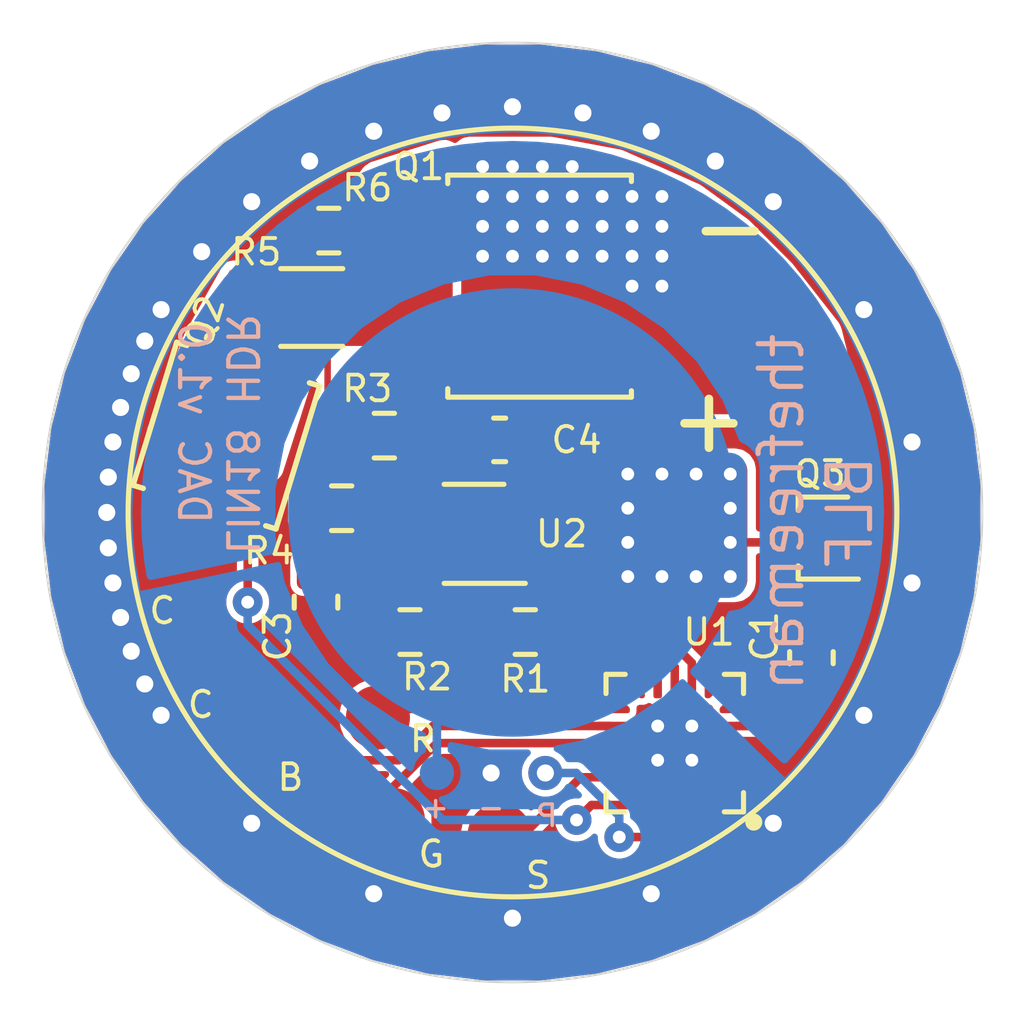
<source format=kicad_pcb>
(kicad_pcb (version 20171130) (host pcbnew "(5.1.9)-1")

  (general
    (thickness 1.6)
    (drawings 18)
    (tracks 136)
    (zones 0)
    (modules 26)
    (nets 29)
  )

  (page A4)
  (layers
    (0 F.Cu signal)
    (31 B.Cu signal)
    (32 B.Adhes user hide)
    (33 F.Adhes user hide)
    (34 B.Paste user hide)
    (35 F.Paste user)
    (36 B.SilkS user)
    (37 F.SilkS user)
    (38 B.Mask user hide)
    (39 F.Mask user)
    (40 Dwgs.User user)
    (41 Cmts.User user)
    (42 Eco1.User user)
    (43 Eco2.User user)
    (44 Edge.Cuts user)
    (45 Margin user)
    (46 B.CrtYd user hide)
    (47 F.CrtYd user hide)
    (48 B.Fab user hide)
    (49 F.Fab user hide)
  )

  (setup
    (last_trace_width 0.2)
    (user_trace_width 0.16)
    (user_trace_width 0.2)
    (user_trace_width 0.25)
    (user_trace_width 0.5)
    (trace_clearance 0.1524)
    (zone_clearance 0.3)
    (zone_45_only no)
    (trace_min 0.1524)
    (via_size 0.7)
    (via_drill 0.3)
    (via_min_size 0.508)
    (via_min_drill 0.254)
    (user_via 0.508 0.254)
    (user_via 0.6 0.3)
    (user_via 0.8 0.4)
    (uvia_size 0.3)
    (uvia_drill 0.1)
    (uvias_allowed no)
    (uvia_min_size 0.2)
    (uvia_min_drill 0.1)
    (edge_width 0.05)
    (segment_width 0.2)
    (pcb_text_width 0.3)
    (pcb_text_size 1.5 1.5)
    (mod_edge_width 0.12)
    (mod_text_size 0.6 0.6)
    (mod_text_width 0.09)
    (pad_size 0.5 0.5)
    (pad_drill 0)
    (pad_to_mask_clearance 0.03)
    (pad_to_paste_clearance -0.025)
    (aux_axis_origin 0 0)
    (grid_origin 40 0)
    (visible_elements 7FFFFF6F)
    (pcbplotparams
      (layerselection 0x010fc_ffffffff)
      (usegerberextensions false)
      (usegerberattributes true)
      (usegerberadvancedattributes true)
      (creategerberjobfile true)
      (excludeedgelayer true)
      (linewidth 0.100000)
      (plotframeref false)
      (viasonmask false)
      (mode 1)
      (useauxorigin false)
      (hpglpennumber 1)
      (hpglpenspeed 20)
      (hpglpendiameter 15.000000)
      (psnegative false)
      (psa4output false)
      (plotreference true)
      (plotvalue true)
      (plotinvisibletext false)
      (padsonsilk false)
      (subtractmaskfromsilk false)
      (outputformat 1)
      (mirror false)
      (drillshape 1)
      (scaleselection 1)
      (outputdirectory ""))
  )

  (net 0 "")
  (net 1 GND)
  (net 2 AUX_B)
  (net 3 +BATT)
  (net 4 AUX_G)
  (net 5 LED-)
  (net 6 AUX_R)
  (net 7 UDPI)
  (net 8 /OPAout)
  (net 9 /Vsense)
  (net 10 /G_Q1)
  (net 11 EN)
  (net 12 HDR)
  (net 13 S)
  (net 14 /Vset)
  (net 15 /In-)
  (net 16 "Net-(Q2-Pad1)")
  (net 17 DAC)
  (net 18 VCC)
  (net 19 "Net-(U1-Pad1)")
  (net 20 "Net-(U1-Pad2)")
  (net 21 "Net-(U1-Pad5)")
  (net 22 "Net-(U1-Pad6)")
  (net 23 "Net-(U1-Pad8)")
  (net 24 "Net-(U1-Pad9)")
  (net 25 "Net-(U1-Pad14)")
  (net 26 "Net-(U1-Pad17)")
  (net 27 "Net-(U1-Pad18)")
  (net 28 "Net-(U1-Pad20)")

  (net_class Default "This is the default net class."
    (clearance 0.1524)
    (trace_width 0.1524)
    (via_dia 0.7)
    (via_drill 0.3)
    (uvia_dia 0.3)
    (uvia_drill 0.1)
    (add_net +BATT)
    (add_net /G_Q1)
    (add_net /In-)
    (add_net /OPAout)
    (add_net /Vsense)
    (add_net /Vset)
    (add_net AUX_B)
    (add_net AUX_G)
    (add_net AUX_R)
    (add_net DAC)
    (add_net EN)
    (add_net GND)
    (add_net HDR)
    (add_net LED-)
    (add_net "Net-(Q2-Pad1)")
    (add_net "Net-(U1-Pad1)")
    (add_net "Net-(U1-Pad14)")
    (add_net "Net-(U1-Pad17)")
    (add_net "Net-(U1-Pad18)")
    (add_net "Net-(U1-Pad2)")
    (add_net "Net-(U1-Pad20)")
    (add_net "Net-(U1-Pad5)")
    (add_net "Net-(U1-Pad6)")
    (add_net "Net-(U1-Pad8)")
    (add_net "Net-(U1-Pad9)")
    (add_net S)
    (add_net UDPI)
    (add_net VCC)
  )

  (module 04_Mosfet:Infineon_PQFN3.3x3.3-TSDSON-8_3.3mmx3.3mm (layer F.Cu) (tedit 6130B2E1) (tstamp 600F6055)
    (at -6.7 -1.8 73)
    (path /600EAB1B)
    (attr smd)
    (fp_text reference Q2 (at 2.407274 -1.258823 73) (layer F.SilkS)
      (effects (font (size 0.6 0.6) (thickness 0.09)))
    )
    (fp_text value DMN22M5UFG (at 2 2.656398 73) (layer F.Fab)
      (effects (font (size 0.64 0.64) (thickness 0.015)))
    )
    (fp_poly (pts (xy 1 0.525) (xy -0.2 0.525) (xy -0.2 -0.5) (xy 1 -0.5)) (layer F.Paste) (width 0.05))
    (fp_poly (pts (xy 1 1.1) (xy -0.2 1.1) (xy -0.2 0.85) (xy 1 0.85)) (layer F.Paste) (width 0.05))
    (fp_poly (pts (xy 1 -0.85) (xy -0.2 -0.85) (xy -0.2 -1.1) (xy 1 -1.1)) (layer F.Paste) (width 0.05))
    (fp_poly (pts (xy -1.075 -0.85) (xy -1.825 -0.85) (xy -1.825 -1.1) (xy -1.075 -1.1)) (layer F.Paste) (width 0.05))
    (fp_poly (pts (xy -1.075 -0.2) (xy -1.825 -0.2) (xy -1.825 -0.45) (xy -1.075 -0.45)) (layer F.Paste) (width 0.05))
    (fp_poly (pts (xy -1.075 0.45) (xy -1.825 0.45) (xy -1.825 0.2) (xy -1.075 0.2)) (layer F.Paste) (width 0.05))
    (fp_poly (pts (xy 1.825 1.1) (xy 1.35 1.1) (xy 1.35 0.85) (xy 1.825 0.85)) (layer F.Paste) (width 0.05))
    (fp_poly (pts (xy 1.825 0.45) (xy 1.35 0.45) (xy 1.35 0.2) (xy 1.825 0.2)) (layer F.Paste) (width 0.05))
    (fp_poly (pts (xy 1.825 -0.2) (xy 1.35 -0.2) (xy 1.35 -0.45) (xy 1.825 -0.45)) (layer F.Paste) (width 0.05))
    (fp_poly (pts (xy 1.825 -0.85) (xy 1.35 -0.85) (xy 1.35 -1.1) (xy 1.825 -1.1)) (layer F.Paste) (width 0.05))
    (fp_poly (pts (xy -1.075 1.1) (xy -1.825 1.1) (xy -1.825 0.85) (xy -1.075 0.85)) (layer F.Paste) (width 0.05))
    (fp_poly (pts (xy -1.05 0.5) (xy -1.65 0.5) (xy -1.65 -1.15) (xy -1.05 -1.15)) (layer Eco1.User) (width 0))
    (fp_poly (pts (xy 1.65 1.15) (xy -0.46 1.15) (xy -0.46 -1.15) (xy 1.65 -1.15)) (layer Eco1.User) (width 0))
    (fp_line (start -1.75 -1.5) (end -1.75 -1.75) (layer F.SilkS) (width 0.127))
    (fp_line (start 1.75 -1.5) (end 1.75 -1.75) (layer F.SilkS) (width 0.127))
    (fp_line (start 1.75 1.75) (end 1.75 1.5) (layer F.SilkS) (width 0.127))
    (fp_line (start -2.205 -1.9) (end 2.205 -1.9) (layer F.CrtYd) (width 0.05))
    (fp_line (start 2.205 -1.9) (end 2.205 1.9) (layer F.CrtYd) (width 0.05))
    (fp_line (start 2.205 1.9) (end -2.205 1.9) (layer F.CrtYd) (width 0.05))
    (fp_line (start -2.205 1.9) (end -2.205 -1.9) (layer F.CrtYd) (width 0.05))
    (fp_line (start -1.65 -1.65) (end -1.65 1.65) (layer F.Fab) (width 0.127))
    (fp_line (start -1.65 1.65) (end 1.65 1.65) (layer F.Fab) (width 0.127))
    (fp_line (start 1.65 1.65) (end 1.65 -1.65) (layer F.Fab) (width 0.127))
    (fp_line (start 1.65 -1.65) (end -1.65 -1.65) (layer F.Fab) (width 0.127))
    (fp_line (start 1.75 -1.75) (end -1.75 -1.75) (layer F.SilkS) (width 0.127))
    (fp_line (start -1.75 1.75) (end 1.75 1.75) (layer F.SilkS) (width 0.127))
    (fp_line (start -1.75 1.75) (end -1.75 1.5) (layer F.SilkS) (width 0.127))
    (pad 3 smd custom (at -1.4 -0.325 73) (size 0.8 0.34) (layers F.Cu F.Mask)
      (net 1 GND) (zone_connect 2)
      (options (clearance outline) (anchor rect))
      (primitives
        (gr_poly (pts
           (xy 0.41 0.825) (xy -0.5 0.825) (xy -0.5 0.475) (xy -0.1 0.475) (xy -0.1 0.175)
           (xy -0.5 0.175) (xy -0.5 -0.175) (xy -0.1 -0.175) (xy -0.1 -0.475) (xy -0.5 -0.475)
           (xy -0.5 -0.825) (xy 0.41 -0.825)) (width 0))
      ))
    (pad 1 smd custom (at 0 0 73) (size 0.5 0.5) (layers F.Cu F.Mask)
      (net 16 "Net-(Q2-Pad1)") (zone_connect 2)
      (options (clearance outline) (anchor rect))
      (primitives
        (gr_poly (pts
           (xy -0.49 -1.15) (xy 1.9 -1.15) (xy 1.9 -0.8) (xy 1.3 -0.8) (xy 1.3 -0.5)
           (xy 1.9 -0.5) (xy 1.9 -0.15) (xy 1.3 -0.15) (xy 1.3 0.15) (xy 1.9 0.15)
           (xy 1.9 0.5) (xy 1.3 0.5) (xy 1.3 0.8) (xy 1.9 0.8) (xy 1.9 1.15)
           (xy -0.49 1.15)) (width 0))
      ))
    (pad 2 smd rect (at -1.45 0.975 73) (size 0.9 0.35) (layers F.Cu F.Mask)
      (net 12 HDR))
    (model "Z:/PCB/3D models/TSDSON-8/PG-TSDSON-8-1 nomarkings.STEP"
      (at (xyz 0 0 0))
      (scale (xyz 1 1 1))
      (rotate (xyz -90 0 180))
    )
  )

  (module 04_Mosfet:SOT-416 (layer F.Cu) (tedit 612D3AC8) (tstamp 612D4579)
    (at 7.2 0.6 180)
    (descr "SOT-416, https://www.nxp.com/docs/en/package-information/SOT416.pdf")
    (tags SOT-416)
    (path /612D8FE7)
    (attr smd)
    (fp_text reference Q3 (at 0 1.5) (layer F.SilkS)
      (effects (font (size 0.6 0.6) (thickness 0.09)))
    )
    (fp_text value Q_PMOS (at 0 2.25) (layer F.Fab)
      (effects (font (size 1 1) (thickness 0.15)))
    )
    (fp_line (start -0.45 -0.6) (end -0.45 0.9) (layer F.Fab) (width 0.1))
    (fp_line (start -0.15 -0.9) (end 0.45 -0.9) (layer F.Fab) (width 0.1))
    (fp_line (start 0.45 -0.9) (end 0.45 0.9) (layer F.Fab) (width 0.1))
    (fp_line (start -0.45 0.9) (end 0.45 0.9) (layer F.Fab) (width 0.1))
    (fp_line (start 0.51 0.96) (end 0.51 0.65) (layer F.SilkS) (width 0.12))
    (fp_line (start 0.51 -0.96) (end 0.51 -0.65) (layer F.SilkS) (width 0.12))
    (fp_line (start -1.2 -1.15) (end 1.2 -1.15) (layer F.CrtYd) (width 0.05))
    (fp_line (start 1.2 -1.15) (end 1.2 1.15) (layer F.CrtYd) (width 0.05))
    (fp_line (start 1.2 1.15) (end -1.2 1.15) (layer F.CrtYd) (width 0.05))
    (fp_line (start -1.2 1.15) (end -1.2 -1.15) (layer F.CrtYd) (width 0.05))
    (fp_line (start 0.51 -0.96) (end -0.9 -0.96) (layer F.SilkS) (width 0.12))
    (fp_line (start 0.51 0.96) (end -0.65 0.96) (layer F.SilkS) (width 0.12))
    (fp_line (start -0.15 -0.9) (end -0.45 -0.6) (layer F.Fab) (width 0.1))
    (fp_text user %R (at 0 0 90) (layer F.Fab)
      (effects (font (size 1 1) (thickness 0.15)))
    )
    (pad 3 smd rect (at 0.65 0 180) (size 0.6 0.5) (layers F.Cu F.Paste F.Mask)
      (net 3 +BATT))
    (pad 2 smd rect (at -0.65 0.5 180) (size 0.6 0.5) (layers F.Cu F.Paste F.Mask)
      (net 18 VCC))
    (pad 1 smd rect (at -0.65 -0.5 180) (size 0.6 0.5) (layers F.Cu F.Paste F.Mask)
      (net 1 GND))
    (model ${KISYS3DMOD}/Package_TO_SOT_SMD.3dshapes/SOT-416.wrl
      (at (xyz 0 0 0))
      (scale (xyz 1 1 1))
      (rotate (xyz 0 0 0))
    )
    (model "Z:/PCB/3D models/transistor/SOT-416-3.step"
      (at (xyz 0 0 0))
      (scale (xyz 1 1 1))
      (rotate (xyz 0 0 90))
    )
  )

  (module 03_wirepad:Wirepad_D2.2mm (layer F.Cu) (tedit 611BEDB0) (tstamp 600F5FEC)
    (at 3.9 0.3)
    (descr "SMD pad as test Point, diameter 1.0mm")
    (tags "test point SMD pad")
    (path /601A9A8B)
    (attr virtual)
    (fp_text reference L+1 (at -0.1 -1.848) (layer F.SilkS) hide
      (effects (font (size 0.6 0.6) (thickness 0.09)))
    )
    (fp_text value pad (at 0 1.55) (layer F.Fab)
      (effects (font (size 1 1) (thickness 0.15)))
    )
    (fp_text user %R (at -0.1 -1.85) (layer F.Fab)
      (effects (font (size 1 1) (thickness 0.15)))
    )
    (pad 1 smd circle (at 0 0) (size 2.2 2.2) (layers F.Cu F.Mask)
      (net 3 +BATT))
  )

  (module 03_wirepad:Wirepad_D2.5mm (layer F.Cu) (tedit 607F30F6) (tstamp 600F5FF2)
    (at 4.3 -4.7)
    (descr "SMD pad as test Point, diameter 1.0mm")
    (tags "test point SMD pad")
    (path /60115EE4)
    (attr virtual)
    (fp_text reference L-1 (at -0.1 -1.848) (layer F.SilkS) hide
      (effects (font (size 0.6 0.6) (thickness 0.09)))
    )
    (fp_text value pad (at 0 1.55) (layer F.Fab)
      (effects (font (size 1 1) (thickness 0.15)))
    )
    (fp_text user %R (at -0.1 -1.85) (layer F.Fab)
      (effects (font (size 1 1) (thickness 0.15)))
    )
    (pad 1 smd circle (at 0 0) (size 2.5 2.5) (layers F.Cu F.Mask)
      (net 5 LED-))
  )

  (module 04_Mosfet:LFPAK56_modif (layer F.Cu) (tedit 612B75FD) (tstamp 612B3DA9)
    (at 0.8 -5.3)
    (descr "LFPAK56 https://assets.nexperia.com/documents/outline-drawing/SOT669.pdf")
    (tags "LFPAK56 SOT-669 Power-SO8")
    (path /612B5A88)
    (solder_paste_margin -0.05)
    (attr smd)
    (fp_text reference Q1 (at -3 -2.8) (layer F.SilkS)
      (effects (font (size 0.6 0.6) (thickness 0.09)))
    )
    (fp_text value PSMN0R925YLC (at -0.245 3.52) (layer F.Fab)
      (effects (font (size 1 1) (thickness 0.15)))
    )
    (fp_line (start -3.67 2.75) (end -3.67 -2.75) (layer F.CrtYd) (width 0.05))
    (fp_line (start -3.67 2.75) (end 3.67 2.75) (layer F.CrtYd) (width 0.05))
    (fp_line (start 3.67 -2.75) (end -3.67 -2.75) (layer F.CrtYd) (width 0.05))
    (fp_line (start 3.67 -2.75) (end 3.67 2.75) (layer F.CrtYd) (width 0.05))
    (fp_line (start 1.885 2.5) (end 1.885 -2.5) (layer F.Fab) (width 0.1))
    (fp_line (start -2.215 2.5) (end 1.885 2.5) (layer F.Fab) (width 0.1))
    (fp_line (start -2.215 -2.5) (end -2.215 2.5) (layer F.Fab) (width 0.1))
    (fp_line (start 1.885 -2.5) (end -2.215 -2.5) (layer F.Fab) (width 0.1))
    (fp_line (start 3.185 -2.2) (end 1.885 -2.2) (layer F.Fab) (width 0.1))
    (fp_line (start 3.185 2.2) (end 1.885 2.2) (layer F.Fab) (width 0.1))
    (fp_line (start 3.185 -2.2) (end 3.185 2.2) (layer F.Fab) (width 0.1))
    (fp_line (start -3.215 -1.65) (end -2.215 -1.65) (layer F.Fab) (width 0.1))
    (fp_line (start -3.215 -2.15) (end -2.215 -2.15) (layer F.Fab) (width 0.1))
    (fp_line (start -3.215 -2.15) (end -3.215 -1.65) (layer F.Fab) (width 0.1))
    (fp_line (start -3.215 -0.4) (end -2.215 -0.4) (layer F.Fab) (width 0.1))
    (fp_line (start -3.215 -0.85) (end -3.215 -0.4) (layer F.Fab) (width 0.1))
    (fp_line (start -2.215 -0.85) (end -3.215 -0.85) (layer F.Fab) (width 0.1))
    (fp_line (start -3.215 0.85) (end -2.215 0.85) (layer F.Fab) (width 0.1))
    (fp_line (start -3.215 0.4) (end -3.215 0.85) (layer F.Fab) (width 0.1))
    (fp_line (start -2.215 0.4) (end -3.215 0.4) (layer F.Fab) (width 0.1))
    (fp_line (start -3.215 2.15) (end -2.215 2.15) (layer F.Fab) (width 0.1))
    (fp_line (start -3.215 1.7) (end -3.215 2.15) (layer F.Fab) (width 0.1))
    (fp_line (start -2.215 1.7) (end -3.215 1.7) (layer F.Fab) (width 0.1))
    (fp_line (start -2.315 -2.6) (end -2.315 -2.4) (layer F.SilkS) (width 0.12))
    (fp_line (start 1.985 -2.6) (end -2.315 -2.6) (layer F.SilkS) (width 0.12))
    (fp_line (start 1.985 -2.45) (end 1.985 -2.6) (layer F.SilkS) (width 0.12))
    (fp_line (start 1.985 2.6) (end 1.985 2.45) (layer F.SilkS) (width 0.12))
    (fp_line (start -2.315 2.6) (end 1.985 2.6) (layer F.SilkS) (width 0.12))
    (fp_line (start -2.315 2.4) (end -2.315 2.6) (layer F.SilkS) (width 0.12))
    (fp_line (start 3.1 -2.2) (end 2.6 -2.2) (layer Eco1.User) (width 0.05))
    (fp_line (start 3.1 -2.2) (end 3.1 2.2) (layer Eco1.User) (width 0.05))
    (fp_line (start 3.1 2.2) (end 2.7 2.2) (layer Eco1.User) (width 0.05))
    (fp_text user %R (at 0 0 90) (layer F.Fab)
      (effects (font (size 1 1) (thickness 0.15)))
    )
    (pad 5 smd custom (at 0.435 0) (size 3.3 4.2) (layers F.Cu F.Mask)
      (net 5 LED-) (zone_connect 2)
      (options (clearance outline) (anchor rect))
      (primitives
        (gr_poly (pts
           (xy 1.425 -2.35) (xy 2.775 -2.35) (xy 2.975 -2.15) (xy 2.975 2.15) (xy 2.775 2.35)
           (xy 1.425 2.35)) (width 0))
      ))
    (pad "" smd rect (at 0.185 0) (size 0.6 0.9) (layers F.Paste))
    (pad "" smd rect (at 2.885 0.6 270) (size 0.6 0.9) (layers F.Paste))
    (pad 4 smd rect (at -2.835 1.91 270) (size 0.7 1.15) (layers F.Cu F.Paste F.Mask)
      (net 10 /G_Q1) (solder_paste_margin -0.05))
    (pad 3 smd rect (at -2.835 0.64 270) (size 0.7 1.15) (layers F.Cu F.Paste F.Mask)
      (net 9 /Vsense) (solder_paste_margin -0.05))
    (pad 1 smd rect (at -2.835 -1.91 270) (size 0.7 1.15) (layers F.Cu F.Paste F.Mask)
      (net 9 /Vsense) (solder_paste_margin -0.05))
    (pad 2 smd rect (at -2.835 -0.64 270) (size 0.7 1.15) (layers F.Cu F.Paste F.Mask)
      (net 9 /Vsense) (solder_paste_margin -0.05))
    (pad "" smd rect (at 2.885 -0.6 270) (size 0.6 0.9) (layers F.Paste))
    (pad "" smd rect (at 2.885 1.88 270) (size 0.6 0.9) (layers F.Paste))
    (pad "" smd rect (at 2.885 -1.88 270) (size 0.6 0.9) (layers F.Paste))
    (pad "" smd rect (at -0.665 0) (size 0.6 0.9) (layers F.Paste))
    (pad "" smd rect (at 1.035 0) (size 0.6 0.9) (layers F.Paste))
    (pad "" smd rect (at 1.035 1.15) (size 0.6 0.9) (layers F.Paste))
    (pad "" smd rect (at -0.665 1.15) (size 0.6 0.9) (layers F.Paste))
    (pad "" smd rect (at 0.185 1.15) (size 0.6 0.9) (layers F.Paste))
    (pad "" smd rect (at 1.035 -1.15) (size 0.6 0.9) (layers F.Paste))
    (pad "" smd rect (at -0.665 -1.15) (size 0.6 0.9) (layers F.Paste))
    (pad "" smd rect (at 0.185 -1.15) (size 0.6 0.9) (layers F.Paste))
    (model ${KISYS3DMOD}/Package_TO_SOT_SMD.3dshapes/LFPAK56.wrl
      (at (xyz 0 0 0))
      (scale (xyz 1 1 1))
      (rotate (xyz 0 0 0))
    )
  )

  (module 07_Passive:R_1206_3216Metric_2x1.75mm_gap0.8 (layer F.Cu) (tedit 612B6E53) (tstamp 6020267B)
    (at -4.7 -4.8 180)
    (descr "Resistor SMD 1206 (3216 Metric), square (rectangular) end terminal, IPC_7351 nominal, (Body size source: IPC-SM-782 page 72, https://www.pcb-3d.com/wordpress/wp-content/uploads/ipc-sm-782a_amendment_1_and_2.pdf), generated with kicad-footprint-generator")
    (tags resistor)
    (path /60101451)
    (solder_paste_margin -0.07)
    (attr smd)
    (fp_text reference R5 (at 1.3 1.3) (layer F.SilkS)
      (effects (font (size 0.6 0.6) (thickness 0.09)))
    )
    (fp_text value 8m (at 0 1.82) (layer F.Fab)
      (effects (font (size 1 1) (thickness 0.15)))
    )
    (fp_line (start -1.6 0.8) (end -1.6 -0.8) (layer F.Fab) (width 0.1))
    (fp_line (start -1.6 -0.8) (end 1.6 -0.8) (layer F.Fab) (width 0.1))
    (fp_line (start 1.6 -0.8) (end 1.6 0.8) (layer F.Fab) (width 0.1))
    (fp_line (start 1.6 0.8) (end -1.6 0.8) (layer F.Fab) (width 0.1))
    (fp_line (start -0.727064 -0.91) (end 0.727064 -0.91) (layer F.SilkS) (width 0.12))
    (fp_line (start -0.727064 0.91) (end 0.727064 0.91) (layer F.SilkS) (width 0.12))
    (fp_line (start -2.28 1.12) (end -2.28 -1.12) (layer F.CrtYd) (width 0.05))
    (fp_line (start -2.28 -1.12) (end 2.28 -1.12) (layer F.CrtYd) (width 0.05))
    (fp_line (start 2.28 -1.12) (end 2.28 1.12) (layer F.CrtYd) (width 0.05))
    (fp_line (start 2.28 1.12) (end -2.28 1.12) (layer F.CrtYd) (width 0.05))
    (fp_text user %R (at 0 0) (layer F.Fab)
      (effects (font (size 1 1) (thickness 0.15)))
    )
    (pad 2 smd roundrect (at 1.2 0 180) (size 1.6 1.75) (layers F.Cu F.Paste F.Mask) (roundrect_rratio 0.222)
      (net 16 "Net-(Q2-Pad1)"))
    (pad 1 smd roundrect (at -1.2 0 180) (size 1.6 1.75) (layers F.Cu F.Paste F.Mask) (roundrect_rratio 0.222)
      (net 9 /Vsense))
    (model ${KISYS3DMOD}/Resistor_SMD.3dshapes/R_1206_3216Metric.wrl
      (at (xyz 0 0 0))
      (scale (xyz 1 1 1))
      (rotate (xyz 0 0 0))
    )
  )

  (module 05_IC_divers:VQFN-20-1EP_3x3mm_P0.4mm_EP1.7x1.7mm_bettersilk (layer F.Cu) (tedit 612AA6A0) (tstamp 610F22C2)
    (at 3.8 5.4 180)
    (descr "VQFN, 20 Pin (http://ww1.microchip.com/downloads/en/DeviceDoc/20%20Lead%20VQFN%203x3x0_9mm_1_7EP%20U2B%20C04-21496a.pdf), generated with kicad-footprint-generator ipc_noLead_generator.py")
    (tags "VQFN NoLead")
    (path /6022F015)
    (attr smd)
    (fp_text reference U1 (at -0.8 2.6) (layer F.SilkS)
      (effects (font (size 0.6 0.6) (thickness 0.09)))
    )
    (fp_text value ATtiny1616-M (at 0 2.8) (layer F.Fab)
      (effects (font (size 1 1) (thickness 0.15)))
    )
    (fp_circle (center -1.85 -1.85) (end -1.75 -1.85) (layer F.SilkS) (width 0.2))
    (fp_line (start -1.61 -1.61) (end -1.61 -1.16) (layer F.SilkS) (width 0.12))
    (fp_line (start 2.1 -2.1) (end -2.1 -2.1) (layer F.CrtYd) (width 0.05))
    (fp_line (start 2.1 2.1) (end 2.1 -2.1) (layer F.CrtYd) (width 0.05))
    (fp_line (start -2.1 2.1) (end 2.1 2.1) (layer F.CrtYd) (width 0.05))
    (fp_line (start -2.1 -2.1) (end -2.1 2.1) (layer F.CrtYd) (width 0.05))
    (fp_line (start -1.5 -0.75) (end -0.75 -1.5) (layer F.Fab) (width 0.1))
    (fp_line (start -1.5 1.5) (end -1.5 -0.75) (layer F.Fab) (width 0.1))
    (fp_line (start 1.5 1.5) (end -1.5 1.5) (layer F.Fab) (width 0.1))
    (fp_line (start 1.5 -1.5) (end 1.5 1.5) (layer F.Fab) (width 0.1))
    (fp_line (start -0.75 -1.5) (end 1.5 -1.5) (layer F.Fab) (width 0.1))
    (fp_line (start -1.16 -1.61) (end -1.61 -1.61) (layer F.SilkS) (width 0.12))
    (fp_line (start 1.61 1.61) (end 1.61 1.16) (layer F.SilkS) (width 0.12))
    (fp_line (start 1.16 1.61) (end 1.61 1.61) (layer F.SilkS) (width 0.12))
    (fp_line (start -1.61 1.61) (end -1.61 1.16) (layer F.SilkS) (width 0.12))
    (fp_line (start -1.16 1.61) (end -1.61 1.61) (layer F.SilkS) (width 0.12))
    (fp_line (start 1.61 -1.61) (end 1.61 -1.16) (layer F.SilkS) (width 0.12))
    (fp_line (start 1.16 -1.61) (end 1.61 -1.61) (layer F.SilkS) (width 0.12))
    (fp_text user %R (at 0 0) (layer F.Fab)
      (effects (font (size 1 1) (thickness 0.15)))
    )
    (pad 1 smd custom (at -1.45 -0.8 180) (size 0.143431 0.143431) (layers F.Cu F.Paste F.Mask)
      (net 19 "Net-(U1-Pad1)")
      (options (clearance outline) (anchor circle))
      (primitives
        (gr_poly (pts
           (xy -0.35 -0.05) (xy 0.299289 -0.05) (xy 0.35 0.000711) (xy 0.35 0.05) (xy -0.35 0.05)
) (width 0.1))
      ))
    (pad 2 smd roundrect (at -1.45 -0.4 180) (size 0.8 0.2) (layers F.Cu F.Paste F.Mask) (roundrect_rratio 0.25)
      (net 20 "Net-(U1-Pad2)"))
    (pad 3 smd roundrect (at -1.45 0 180) (size 0.8 0.2) (layers F.Cu F.Paste F.Mask) (roundrect_rratio 0.25)
      (net 1 GND) (solder_mask_margin 0.01))
    (pad 4 smd roundrect (at -1.45 0.4 180) (size 0.8 0.2) (layers F.Cu F.Paste F.Mask) (roundrect_rratio 0.25)
      (net 18 VCC))
    (pad 5 smd custom (at -1.45 0.8 180) (size 0.143431 0.143431) (layers F.Cu F.Paste F.Mask)
      (net 21 "Net-(U1-Pad5)")
      (options (clearance outline) (anchor circle))
      (primitives
        (gr_poly (pts
           (xy -0.35 -0.05) (xy 0.35 -0.05) (xy 0.35 -0.000711) (xy 0.299289 0.05) (xy -0.35 0.05)
) (width 0.1))
      ))
    (pad 6 smd custom (at -0.8 1.45 180) (size 0.143431 0.143431) (layers F.Cu F.Paste F.Mask)
      (net 22 "Net-(U1-Pad6)")
      (options (clearance outline) (anchor circle))
      (primitives
        (gr_poly (pts
           (xy -0.05 -0.299289) (xy 0.000711 -0.35) (xy 0.05 -0.35) (xy 0.05 0.35) (xy -0.05 0.35)
) (width 0.1))
      ))
    (pad 7 smd roundrect (at -0.4 1.45 180) (size 0.2 0.8) (layers F.Cu F.Paste F.Mask) (roundrect_rratio 0.25)
      (net 17 DAC))
    (pad 8 smd roundrect (at 0 1.45 180) (size 0.2 0.8) (layers F.Cu F.Paste F.Mask) (roundrect_rratio 0.25)
      (net 23 "Net-(U1-Pad8)"))
    (pad 9 smd roundrect (at 0.4 1.45 180) (size 0.2 0.8) (layers F.Cu F.Paste F.Mask) (roundrect_rratio 0.25)
      (net 24 "Net-(U1-Pad9)"))
    (pad 10 smd custom (at 0.8 1.45 180) (size 0.143431 0.143431) (layers F.Cu F.Paste F.Mask)
      (net 11 EN)
      (options (clearance outline) (anchor circle))
      (primitives
        (gr_poly (pts
           (xy -0.05 -0.35) (xy -0.000711 -0.35) (xy 0.05 -0.299289) (xy 0.05 0.35) (xy -0.05 0.35)
) (width 0.1))
      ))
    (pad 11 smd custom (at 1.45 0.8 180) (size 0.143431 0.143431) (layers F.Cu F.Paste F.Mask)
      (net 6 AUX_R)
      (options (clearance outline) (anchor circle))
      (primitives
        (gr_poly (pts
           (xy -0.35 -0.05) (xy 0.35 -0.05) (xy 0.35 0.05) (xy -0.299289 0.05) (xy -0.35 -0.000711)
) (width 0.1))
      ))
    (pad 12 smd roundrect (at 1.45 0.4 180) (size 0.8 0.2) (layers F.Cu F.Paste F.Mask) (roundrect_rratio 0.25)
      (net 2 AUX_B))
    (pad 13 smd roundrect (at 1.45 0 180) (size 0.8 0.2) (layers F.Cu F.Paste F.Mask) (roundrect_rratio 0.25)
      (net 4 AUX_G))
    (pad 14 smd roundrect (at 1.45 -0.4 180) (size 0.8 0.2) (layers F.Cu F.Paste F.Mask) (roundrect_rratio 0.25)
      (net 25 "Net-(U1-Pad14)"))
    (pad 15 smd custom (at 1.45 -0.8 180) (size 0.143431 0.143431) (layers F.Cu F.Paste F.Mask)
      (net 13 S)
      (options (clearance outline) (anchor circle))
      (primitives
        (gr_poly (pts
           (xy -0.35 0.000711) (xy -0.299289 -0.05) (xy 0.35 -0.05) (xy 0.35 0.05) (xy -0.35 0.05)
) (width 0.1))
      ))
    (pad 16 smd custom (at 0.8 -1.45 180) (size 0.143431 0.143431) (layers F.Cu F.Paste F.Mask)
      (net 12 HDR)
      (options (clearance outline) (anchor circle))
      (primitives
        (gr_poly (pts
           (xy -0.05 -0.35) (xy 0.05 -0.35) (xy 0.05 0.299289) (xy -0.000711 0.35) (xy -0.05 0.35)
) (width 0.1))
      ))
    (pad 17 smd roundrect (at 0.4 -1.45 180) (size 0.2 0.8) (layers F.Cu F.Paste F.Mask) (roundrect_rratio 0.25)
      (net 26 "Net-(U1-Pad17)"))
    (pad 18 smd roundrect (at 0 -1.45 180) (size 0.2 0.8) (layers F.Cu F.Paste F.Mask) (roundrect_rratio 0.25)
      (net 27 "Net-(U1-Pad18)"))
    (pad 19 smd roundrect (at -0.4 -1.45 180) (size 0.2 0.8) (layers F.Cu F.Paste F.Mask) (roundrect_rratio 0.25)
      (net 7 UDPI))
    (pad 20 smd custom (at -0.8 -1.45 180) (size 0.143431 0.143431) (layers F.Cu F.Paste F.Mask)
      (net 28 "Net-(U1-Pad20)")
      (options (clearance outline) (anchor circle))
      (primitives
        (gr_poly (pts
           (xy -0.05 -0.35) (xy 0.05 -0.35) (xy 0.05 0.35) (xy 0.000711 0.35) (xy -0.05 0.299289)
) (width 0.1))
      ))
    (pad 21 smd rect (at 0 0 180) (size 1.7 1.7) (layers F.Cu F.Mask)
      (net 1 GND) (solder_mask_margin 0.01))
    (pad "" smd roundrect (at -0.425 -0.425 180) (size 0.69 0.69) (layers F.Paste) (roundrect_rratio 0.25))
    (pad "" smd roundrect (at -0.425 0.425 180) (size 0.69 0.69) (layers F.Paste) (roundrect_rratio 0.25))
    (pad "" smd roundrect (at 0.425 -0.425 180) (size 0.69 0.69) (layers F.Paste) (roundrect_rratio 0.25))
    (pad "" smd roundrect (at 0.425 0.425 180) (size 0.69 0.69) (layers F.Paste) (roundrect_rratio 0.25))
    (model ${KISYS3DMOD}/Package_DFN_QFN.3dshapes/VQFN-20-1EP_3x3mm_P0.4mm_EP1.7x1.7mm.wrl
      (at (xyz 0 0 0))
      (scale (xyz 1 1 1))
      (rotate (xyz 0 0 0))
    )
    (model "Z:/PCB/3D models/VQFN-20 3x3mm/VQFN20_3X3_MCH.step"
      (at (xyz 0 0 0))
      (scale (xyz 1 1 1))
      (rotate (xyz 0 0 0))
    )
  )

  (module 03_wirepad:Wirepad_D0.8mm_Through-hole0.4mm (layer B.Cu) (tedit 60818AA3) (tstamp 600F61AD)
    (at 0.77 6.1)
    (descr "SMD pad as test Point, diameter 1.0mm")
    (tags "test point SMD pad")
    (path /60115EA2)
    (attr virtual)
    (fp_text reference UD1 (at 0 1.448) (layer B.SilkS) hide
      (effects (font (size 0.6 0.6) (thickness 0.09)) (justify mirror))
    )
    (fp_text value pad (at 0 -1.55) (layer B.Fab)
      (effects (font (size 1 1) (thickness 0.15)) (justify mirror))
    )
    (fp_text user %R (at 0 1.45) (layer B.Fab)
      (effects (font (size 1 1) (thickness 0.15)) (justify mirror))
    )
    (pad 1 thru_hole circle (at 0 0) (size 0.8 0.8) (drill 0.4) (layers *.Cu *.Mask)
      (net 7 UDPI))
  )

  (module 07_Passive:R_0603_1608Metric_2.2x0.9mm_gap0.6 (layer F.Cu) (tedit 611D6735) (tstamp 600F60FF)
    (at -4.3 -6.6 180)
    (descr "Resistor SMD 0603 (1608 Metric), square (rectangular) end terminal, IPC_7351 nominal, (Body size source: IPC-SM-782 page 72, https://www.pcb-3d.com/wordpress/wp-content/uploads/ipc-sm-782a_amendment_1_and_2.pdf), generated with kicad-footprint-generator")
    (tags resistor)
    (path /60110480)
    (attr smd)
    (fp_text reference R6 (at -0.9 1) (layer F.SilkS)
      (effects (font (size 0.6 0.6) (thickness 0.09)))
    )
    (fp_text value 11 (at 0.05 4.25) (layer F.Fab)
      (effects (font (size 1 1) (thickness 0.15)))
    )
    (fp_line (start 1.2 0.6) (end -1.2 0.6) (layer F.CrtYd) (width 0.05))
    (fp_line (start 1.2 -0.6) (end 1.2 0.6) (layer F.CrtYd) (width 0.05))
    (fp_line (start -1.2 -0.6) (end 1.2 -0.6) (layer F.CrtYd) (width 0.05))
    (fp_line (start -1.2 0.6) (end -1.2 -0.6) (layer F.CrtYd) (width 0.05))
    (fp_line (start -0.237258 0.5225) (end 0.237258 0.5225) (layer F.SilkS) (width 0.12))
    (fp_line (start -0.237258 -0.5225) (end 0.237258 -0.5225) (layer F.SilkS) (width 0.12))
    (fp_line (start 0.8 0.4125) (end -0.8 0.4125) (layer F.Fab) (width 0.1))
    (fp_line (start 0.8 -0.4125) (end 0.8 0.4125) (layer F.Fab) (width 0.1))
    (fp_line (start -0.8 -0.4125) (end 0.8 -0.4125) (layer F.Fab) (width 0.1))
    (fp_line (start -0.8 0.4125) (end -0.8 -0.4125) (layer F.Fab) (width 0.1))
    (fp_text user %R (at 0 0) (layer F.Fab)
      (effects (font (size 1 1) (thickness 0.15)))
    )
    (pad 1 smd roundrect (at -0.7 0 180) (size 0.8 0.9) (layers F.Cu F.Paste F.Mask) (roundrect_rratio 0.188)
      (net 9 /Vsense))
    (pad 2 smd roundrect (at 0.7 0 180) (size 0.8 0.9) (layers F.Cu F.Paste F.Mask) (roundrect_rratio 0.188)
      (net 1 GND))
    (model ${KISYS3DMOD}/Resistor_SMD.3dshapes/R_0603_1608Metric.wrl
      (at (xyz 0 0 0))
      (scale (xyz 1 1 1))
      (rotate (xyz 0 0 0))
    )
  )

  (module 07_Passive:R_0603_1608Metric_2.2x0.9mm_gap0.6 (layer F.Cu) (tedit 611D6735) (tstamp 600F60EE)
    (at -4 -0.1)
    (descr "Resistor SMD 0603 (1608 Metric), square (rectangular) end terminal, IPC_7351 nominal, (Body size source: IPC-SM-782 page 72, https://www.pcb-3d.com/wordpress/wp-content/uploads/ipc-sm-782a_amendment_1_and_2.pdf), generated with kicad-footprint-generator")
    (tags resistor)
    (path /6010143C)
    (attr smd)
    (fp_text reference R4 (at -1.7 1) (layer F.SilkS)
      (effects (font (size 0.6 0.6) (thickness 0.09)))
    )
    (fp_text value 10k (at 0.05 4.25) (layer F.Fab)
      (effects (font (size 1 1) (thickness 0.15)))
    )
    (fp_line (start 1.2 0.6) (end -1.2 0.6) (layer F.CrtYd) (width 0.05))
    (fp_line (start 1.2 -0.6) (end 1.2 0.6) (layer F.CrtYd) (width 0.05))
    (fp_line (start -1.2 -0.6) (end 1.2 -0.6) (layer F.CrtYd) (width 0.05))
    (fp_line (start -1.2 0.6) (end -1.2 -0.6) (layer F.CrtYd) (width 0.05))
    (fp_line (start -0.237258 0.5225) (end 0.237258 0.5225) (layer F.SilkS) (width 0.12))
    (fp_line (start -0.237258 -0.5225) (end 0.237258 -0.5225) (layer F.SilkS) (width 0.12))
    (fp_line (start 0.8 0.4125) (end -0.8 0.4125) (layer F.Fab) (width 0.1))
    (fp_line (start 0.8 -0.4125) (end 0.8 0.4125) (layer F.Fab) (width 0.1))
    (fp_line (start -0.8 -0.4125) (end 0.8 -0.4125) (layer F.Fab) (width 0.1))
    (fp_line (start -0.8 0.4125) (end -0.8 -0.4125) (layer F.Fab) (width 0.1))
    (fp_text user %R (at 0 0) (layer F.Fab)
      (effects (font (size 1 1) (thickness 0.15)))
    )
    (pad 1 smd roundrect (at -0.7 0) (size 0.8 0.9) (layers F.Cu F.Paste F.Mask) (roundrect_rratio 0.188)
      (net 9 /Vsense))
    (pad 2 smd roundrect (at 0.7 0) (size 0.8 0.9) (layers F.Cu F.Paste F.Mask) (roundrect_rratio 0.188)
      (net 15 /In-))
    (model ${KISYS3DMOD}/Resistor_SMD.3dshapes/R_0603_1608Metric.wrl
      (at (xyz 0 0 0))
      (scale (xyz 1 1 1))
      (rotate (xyz 0 0 0))
    )
  )

  (module 07_Passive:R_0603_1608Metric_2.2x0.9mm_gap0.6 (layer F.Cu) (tedit 611D6735) (tstamp 600F60DD)
    (at -3 -1.8)
    (descr "Resistor SMD 0603 (1608 Metric), square (rectangular) end terminal, IPC_7351 nominal, (Body size source: IPC-SM-782 page 72, https://www.pcb-3d.com/wordpress/wp-content/uploads/ipc-sm-782a_amendment_1_and_2.pdf), generated with kicad-footprint-generator")
    (tags resistor)
    (path /601014AA)
    (attr smd)
    (fp_text reference R3 (at -0.4 -1.1) (layer F.SilkS)
      (effects (font (size 0.6 0.6) (thickness 0.09)))
    )
    (fp_text value 3.3k (at 0.05 4.25) (layer F.Fab)
      (effects (font (size 1 1) (thickness 0.15)))
    )
    (fp_line (start 1.2 0.6) (end -1.2 0.6) (layer F.CrtYd) (width 0.05))
    (fp_line (start 1.2 -0.6) (end 1.2 0.6) (layer F.CrtYd) (width 0.05))
    (fp_line (start -1.2 -0.6) (end 1.2 -0.6) (layer F.CrtYd) (width 0.05))
    (fp_line (start -1.2 0.6) (end -1.2 -0.6) (layer F.CrtYd) (width 0.05))
    (fp_line (start -0.237258 0.5225) (end 0.237258 0.5225) (layer F.SilkS) (width 0.12))
    (fp_line (start -0.237258 -0.5225) (end 0.237258 -0.5225) (layer F.SilkS) (width 0.12))
    (fp_line (start 0.8 0.4125) (end -0.8 0.4125) (layer F.Fab) (width 0.1))
    (fp_line (start 0.8 -0.4125) (end 0.8 0.4125) (layer F.Fab) (width 0.1))
    (fp_line (start -0.8 -0.4125) (end 0.8 -0.4125) (layer F.Fab) (width 0.1))
    (fp_line (start -0.8 0.4125) (end -0.8 -0.4125) (layer F.Fab) (width 0.1))
    (fp_text user %R (at 0 0) (layer F.Fab)
      (effects (font (size 1 1) (thickness 0.15)))
    )
    (pad 1 smd roundrect (at -0.7 0) (size 0.8 0.9) (layers F.Cu F.Paste F.Mask) (roundrect_rratio 0.188)
      (net 10 /G_Q1))
    (pad 2 smd roundrect (at 0.7 0) (size 0.8 0.9) (layers F.Cu F.Paste F.Mask) (roundrect_rratio 0.188)
      (net 8 /OPAout))
    (model ${KISYS3DMOD}/Resistor_SMD.3dshapes/R_0603_1608Metric.wrl
      (at (xyz 0 0 0))
      (scale (xyz 1 1 1))
      (rotate (xyz 0 0 0))
    )
  )

  (module 07_Passive:R_0603_1608Metric_2.2x0.9mm_gap0.6 (layer F.Cu) (tedit 611D6735) (tstamp 600F60CC)
    (at -2.4 2.8 180)
    (descr "Resistor SMD 0603 (1608 Metric), square (rectangular) end terminal, IPC_7351 nominal, (Body size source: IPC-SM-782 page 72, https://www.pcb-3d.com/wordpress/wp-content/uploads/ipc-sm-782a_amendment_1_and_2.pdf), generated with kicad-footprint-generator")
    (tags resistor)
    (path /6010146D)
    (attr smd)
    (fp_text reference R2 (at -0.4 -1.05) (layer F.SilkS)
      (effects (font (size 0.6 0.6) (thickness 0.09)))
    )
    (fp_text value 3.3k (at 0.05 4.25) (layer F.Fab)
      (effects (font (size 1 1) (thickness 0.15)))
    )
    (fp_line (start 1.2 0.6) (end -1.2 0.6) (layer F.CrtYd) (width 0.05))
    (fp_line (start 1.2 -0.6) (end 1.2 0.6) (layer F.CrtYd) (width 0.05))
    (fp_line (start -1.2 -0.6) (end 1.2 -0.6) (layer F.CrtYd) (width 0.05))
    (fp_line (start -1.2 0.6) (end -1.2 -0.6) (layer F.CrtYd) (width 0.05))
    (fp_line (start -0.237258 0.5225) (end 0.237258 0.5225) (layer F.SilkS) (width 0.12))
    (fp_line (start -0.237258 -0.5225) (end 0.237258 -0.5225) (layer F.SilkS) (width 0.12))
    (fp_line (start 0.8 0.4125) (end -0.8 0.4125) (layer F.Fab) (width 0.1))
    (fp_line (start 0.8 -0.4125) (end 0.8 0.4125) (layer F.Fab) (width 0.1))
    (fp_line (start -0.8 -0.4125) (end 0.8 -0.4125) (layer F.Fab) (width 0.1))
    (fp_line (start -0.8 0.4125) (end -0.8 -0.4125) (layer F.Fab) (width 0.1))
    (fp_text user %R (at 0 0) (layer F.Fab)
      (effects (font (size 1 1) (thickness 0.15)))
    )
    (pad 1 smd roundrect (at -0.7 0 180) (size 0.8 0.9) (layers F.Cu F.Paste F.Mask) (roundrect_rratio 0.188)
      (net 14 /Vset))
    (pad 2 smd roundrect (at 0.7 0 180) (size 0.8 0.9) (layers F.Cu F.Paste F.Mask) (roundrect_rratio 0.188)
      (net 1 GND))
    (model ${KISYS3DMOD}/Resistor_SMD.3dshapes/R_0603_1608Metric.wrl
      (at (xyz 0 0 0))
      (scale (xyz 1 1 1))
      (rotate (xyz 0 0 0))
    )
  )

  (module 07_Passive:R_0603_1608Metric_2.2x0.9mm_gap0.6 (layer F.Cu) (tedit 611D6735) (tstamp 600F60BB)
    (at 0.3 2.8)
    (descr "Resistor SMD 0603 (1608 Metric), square (rectangular) end terminal, IPC_7351 nominal, (Body size source: IPC-SM-782 page 72, https://www.pcb-3d.com/wordpress/wp-content/uploads/ipc-sm-782a_amendment_1_and_2.pdf), generated with kicad-footprint-generator")
    (tags resistor)
    (path /60101434)
    (attr smd)
    (fp_text reference R1 (at 0 1.1) (layer F.SilkS)
      (effects (font (size 0.6 0.6) (thickness 0.09)))
    )
    (fp_text value 169k (at 0.05 4.25) (layer F.Fab)
      (effects (font (size 1 1) (thickness 0.15)))
    )
    (fp_line (start 1.2 0.6) (end -1.2 0.6) (layer F.CrtYd) (width 0.05))
    (fp_line (start 1.2 -0.6) (end 1.2 0.6) (layer F.CrtYd) (width 0.05))
    (fp_line (start -1.2 -0.6) (end 1.2 -0.6) (layer F.CrtYd) (width 0.05))
    (fp_line (start -1.2 0.6) (end -1.2 -0.6) (layer F.CrtYd) (width 0.05))
    (fp_line (start -0.237258 0.5225) (end 0.237258 0.5225) (layer F.SilkS) (width 0.12))
    (fp_line (start -0.237258 -0.5225) (end 0.237258 -0.5225) (layer F.SilkS) (width 0.12))
    (fp_line (start 0.8 0.4125) (end -0.8 0.4125) (layer F.Fab) (width 0.1))
    (fp_line (start 0.8 -0.4125) (end 0.8 0.4125) (layer F.Fab) (width 0.1))
    (fp_line (start -0.8 -0.4125) (end 0.8 -0.4125) (layer F.Fab) (width 0.1))
    (fp_line (start -0.8 0.4125) (end -0.8 -0.4125) (layer F.Fab) (width 0.1))
    (fp_text user %R (at 0 0) (layer F.Fab)
      (effects (font (size 1 1) (thickness 0.15)))
    )
    (pad 1 smd roundrect (at -0.7 0) (size 0.8 0.9) (layers F.Cu F.Paste F.Mask) (roundrect_rratio 0.188)
      (net 14 /Vset))
    (pad 2 smd roundrect (at 0.7 0) (size 0.8 0.9) (layers F.Cu F.Paste F.Mask) (roundrect_rratio 0.188)
      (net 17 DAC))
    (model ${KISYS3DMOD}/Resistor_SMD.3dshapes/R_0603_1608Metric.wrl
      (at (xyz 0 0 0))
      (scale (xyz 1 1 1))
      (rotate (xyz 0 0 0))
    )
  )

  (module 07_Passive:C_0603_1608Metric_2.2x0.9mm_gap0.6 (layer F.Cu) (tedit 611D6786) (tstamp 600F5FBE)
    (at -4.6 2.1 270)
    (descr "Capacitor SMD 0603 (1608 Metric), square (rectangular) end terminal, IPC_7351 nominal, (Body size source: IPC-SM-782 page 76, https://www.pcb-3d.com/wordpress/wp-content/uploads/ipc-sm-782a_amendment_1_and_2.pdf), generated with kicad-footprint-generator")
    (tags capacitor)
    (path /60101458)
    (attr smd)
    (fp_text reference C3 (at 0.8 0.9 90) (layer F.SilkS)
      (effects (font (size 0.6 0.6) (thickness 0.09)))
    )
    (fp_text value 100n (at 0 2.35 90) (layer F.Fab)
      (effects (font (size 1 1) (thickness 0.15)))
    )
    (fp_line (start 1.2 0.6) (end -1.2 0.6) (layer F.CrtYd) (width 0.05))
    (fp_line (start 1.2 -0.6) (end 1.2 0.6) (layer F.CrtYd) (width 0.05))
    (fp_line (start -1.2 -0.6) (end 1.2 -0.6) (layer F.CrtYd) (width 0.05))
    (fp_line (start -1.2 0.6) (end -1.2 -0.6) (layer F.CrtYd) (width 0.05))
    (fp_line (start -0.14058 0.51) (end 0.14058 0.51) (layer F.SilkS) (width 0.12))
    (fp_line (start -0.14058 -0.51) (end 0.14058 -0.51) (layer F.SilkS) (width 0.12))
    (fp_line (start 0.8 0.4) (end -0.8 0.4) (layer F.Fab) (width 0.1))
    (fp_line (start 0.8 -0.4) (end 0.8 0.4) (layer F.Fab) (width 0.1))
    (fp_line (start -0.8 -0.4) (end 0.8 -0.4) (layer F.Fab) (width 0.1))
    (fp_line (start -0.8 0.4) (end -0.8 -0.4) (layer F.Fab) (width 0.1))
    (fp_text user %R (at 0 0 90) (layer F.Fab)
      (effects (font (size 1 1) (thickness 0.15)))
    )
    (pad 1 smd roundrect (at -0.7 0 270) (size 0.8 0.9) (layers F.Cu F.Paste F.Mask) (roundrect_rratio 0.188)
      (net 11 EN))
    (pad 2 smd roundrect (at 0.7 0 270) (size 0.8 0.9) (layers F.Cu F.Paste F.Mask) (roundrect_rratio 0.188)
      (net 1 GND))
    (model ${KISYS3DMOD}/Capacitor_SMD.3dshapes/C_0603_1608Metric.wrl
      (at (xyz 0 0 0))
      (scale (xyz 1 1 1))
      (rotate (xyz 0 0 0))
    )
  )

  (module 07_Passive:C_0603_1608Metric_2.2x0.9mm_gap0.6 (layer F.Cu) (tedit 611D6786) (tstamp 600F5FE0)
    (at -0.3 -1.7)
    (descr "Capacitor SMD 0603 (1608 Metric), square (rectangular) end terminal, IPC_7351 nominal, (Body size source: IPC-SM-782 page 76, https://www.pcb-3d.com/wordpress/wp-content/uploads/ipc-sm-782a_amendment_1_and_2.pdf), generated with kicad-footprint-generator")
    (tags capacitor)
    (path /601014B0)
    (attr smd)
    (fp_text reference C4 (at 1.8 0) (layer F.SilkS)
      (effects (font (size 0.6 0.6) (thickness 0.09)))
    )
    (fp_text value 1n (at 0 2.35) (layer F.Fab)
      (effects (font (size 1 1) (thickness 0.15)))
    )
    (fp_line (start 1.2 0.6) (end -1.2 0.6) (layer F.CrtYd) (width 0.05))
    (fp_line (start 1.2 -0.6) (end 1.2 0.6) (layer F.CrtYd) (width 0.05))
    (fp_line (start -1.2 -0.6) (end 1.2 -0.6) (layer F.CrtYd) (width 0.05))
    (fp_line (start -1.2 0.6) (end -1.2 -0.6) (layer F.CrtYd) (width 0.05))
    (fp_line (start -0.14058 0.51) (end 0.14058 0.51) (layer F.SilkS) (width 0.12))
    (fp_line (start -0.14058 -0.51) (end 0.14058 -0.51) (layer F.SilkS) (width 0.12))
    (fp_line (start 0.8 0.4) (end -0.8 0.4) (layer F.Fab) (width 0.1))
    (fp_line (start 0.8 -0.4) (end 0.8 0.4) (layer F.Fab) (width 0.1))
    (fp_line (start -0.8 -0.4) (end 0.8 -0.4) (layer F.Fab) (width 0.1))
    (fp_line (start -0.8 0.4) (end -0.8 -0.4) (layer F.Fab) (width 0.1))
    (fp_text user %R (at 0 0) (layer F.Fab)
      (effects (font (size 1 1) (thickness 0.15)))
    )
    (pad 1 smd roundrect (at -0.7 0) (size 0.8 0.9) (layers F.Cu F.Paste F.Mask) (roundrect_rratio 0.188)
      (net 8 /OPAout))
    (pad 2 smd roundrect (at 0.7 0) (size 0.8 0.9) (layers F.Cu F.Paste F.Mask) (roundrect_rratio 0.188)
      (net 15 /In-))
    (model ${KISYS3DMOD}/Capacitor_SMD.3dshapes/C_0603_1608Metric.wrl
      (at (xyz 0 0 0))
      (scale (xyz 1 1 1))
      (rotate (xyz 0 0 0))
    )
  )

  (module 07_Passive:C_0603_1608Metric_2.2x0.9mm_gap0.6 (layer F.Cu) (tedit 611D6786) (tstamp 612CCB71)
    (at 7 3.4 270)
    (descr "Capacitor SMD 0603 (1608 Metric), square (rectangular) end terminal, IPC_7351 nominal, (Body size source: IPC-SM-782 page 76, https://www.pcb-3d.com/wordpress/wp-content/uploads/ipc-sm-782a_amendment_1_and_2.pdf), generated with kicad-footprint-generator")
    (tags capacitor)
    (path /6010148F)
    (attr smd)
    (fp_text reference C1 (at -0.5 1.1 90) (layer F.SilkS)
      (effects (font (size 0.6 0.6) (thickness 0.09)))
    )
    (fp_text value 1u (at 0 2.35 90) (layer F.Fab)
      (effects (font (size 1 1) (thickness 0.15)))
    )
    (fp_line (start 1.2 0.6) (end -1.2 0.6) (layer F.CrtYd) (width 0.05))
    (fp_line (start 1.2 -0.6) (end 1.2 0.6) (layer F.CrtYd) (width 0.05))
    (fp_line (start -1.2 -0.6) (end 1.2 -0.6) (layer F.CrtYd) (width 0.05))
    (fp_line (start -1.2 0.6) (end -1.2 -0.6) (layer F.CrtYd) (width 0.05))
    (fp_line (start -0.14058 0.51) (end 0.14058 0.51) (layer F.SilkS) (width 0.12))
    (fp_line (start -0.14058 -0.51) (end 0.14058 -0.51) (layer F.SilkS) (width 0.12))
    (fp_line (start 0.8 0.4) (end -0.8 0.4) (layer F.Fab) (width 0.1))
    (fp_line (start 0.8 -0.4) (end 0.8 0.4) (layer F.Fab) (width 0.1))
    (fp_line (start -0.8 -0.4) (end 0.8 -0.4) (layer F.Fab) (width 0.1))
    (fp_line (start -0.8 0.4) (end -0.8 -0.4) (layer F.Fab) (width 0.1))
    (fp_text user %R (at 0 0 90) (layer F.Fab)
      (effects (font (size 1 1) (thickness 0.15)))
    )
    (pad 1 smd roundrect (at -0.7 0 270) (size 0.8 0.9) (layers F.Cu F.Paste F.Mask) (roundrect_rratio 0.188)
      (net 18 VCC))
    (pad 2 smd roundrect (at 0.7 0 270) (size 0.8 0.9) (layers F.Cu F.Paste F.Mask) (roundrect_rratio 0.188)
      (net 1 GND))
    (model ${KISYS3DMOD}/Capacitor_SMD.3dshapes/C_0603_1608Metric.wrl
      (at (xyz 0 0 0))
      (scale (xyz 1 1 1))
      (rotate (xyz 0 0 0))
    )
  )

  (module 03_wirepad:Wirepad_D10.5mm (layer B.Cu) (tedit 610E7F0A) (tstamp 610E97EE)
    (at 0 0)
    (descr "SMD pad as test Point, diameter 1.0mm")
    (tags "test point SMD pad")
    (path /6110F187)
    (solder_mask_margin 0.01)
    (clearance 0.3)
    (attr virtual)
    (fp_text reference BATT1 (at -0.1 1.848) (layer B.SilkS) hide
      (effects (font (size 0.6 0.6) (thickness 0.09)) (justify mirror))
    )
    (fp_text value pad (at 0 -1.55) (layer B.Fab)
      (effects (font (size 1 1) (thickness 0.15)) (justify mirror))
    )
    (fp_text user %R (at 0 -0.1) (layer B.Fab)
      (effects (font (size 1 1) (thickness 0.15)) (justify mirror))
    )
    (pad 1 smd circle (at 0 0) (size 10.5 10.5) (layers B.Cu B.Mask)
      (net 3 +BATT))
  )

  (module Package_TO_SOT_SMD:SOT-353_SC-70-5 (layer F.Cu) (tedit 61111EF1) (tstamp 601979CB)
    (at -0.9 0.5 180)
    (descr "SOT-353, SC-70-5")
    (tags "SOT-353 SC-70-5")
    (path /602446EE)
    (attr smd)
    (fp_text reference U2 (at -2.05 0) (layer F.SilkS)
      (effects (font (size 0.6 0.6) (thickness 0.09)))
    )
    (fp_text value TLV333 (at 0 2 180) (layer F.Fab)
      (effects (font (size 1 1) (thickness 0.15)))
    )
    (fp_line (start 0.7 -1.16) (end -1.2 -1.16) (layer F.SilkS) (width 0.12))
    (fp_line (start -0.7 1.16) (end 0.7 1.16) (layer F.SilkS) (width 0.12))
    (fp_line (start 1.6 1.4) (end 1.6 -1.4) (layer F.CrtYd) (width 0.05))
    (fp_line (start -1.6 -1.4) (end -1.6 1.4) (layer F.CrtYd) (width 0.05))
    (fp_line (start -1.6 -1.4) (end 1.6 -1.4) (layer F.CrtYd) (width 0.05))
    (fp_line (start 0.675 -1.1) (end -0.175 -1.1) (layer F.Fab) (width 0.1))
    (fp_line (start -0.675 -0.6) (end -0.675 1.1) (layer F.Fab) (width 0.1))
    (fp_line (start -1.6 1.4) (end 1.6 1.4) (layer F.CrtYd) (width 0.05))
    (fp_line (start 0.675 -1.1) (end 0.675 1.1) (layer F.Fab) (width 0.1))
    (fp_line (start 0.675 1.1) (end -0.675 1.1) (layer F.Fab) (width 0.1))
    (fp_line (start -0.175 -1.1) (end -0.675 -0.6) (layer F.Fab) (width 0.1))
    (fp_text user %R (at 0 0 90) (layer F.Fab)
      (effects (font (size 1 1) (thickness 0.15)))
    )
    (pad 1 smd rect (at -0.95 -0.65 180) (size 0.65 0.4) (layers F.Cu F.Paste F.Mask)
      (net 14 /Vset))
    (pad 3 smd rect (at -0.95 0.65 180) (size 0.65 0.4) (layers F.Cu F.Paste F.Mask)
      (net 15 /In-))
    (pad 2 smd rect (at -0.95 0 180) (size 0.65 0.4) (layers F.Cu F.Paste F.Mask)
      (net 1 GND) (solder_mask_margin 0.01))
    (pad 4 smd rect (at 0.95 0.65 180) (size 0.65 0.4) (layers F.Cu F.Paste F.Mask)
      (net 8 /OPAout))
    (pad 5 smd rect (at 0.95 -0.65 180) (size 0.65 0.4) (layers F.Cu F.Paste F.Mask)
      (net 11 EN))
    (model ${KISYS3DMOD}/Package_TO_SOT_SMD.3dshapes/SOT-353_SC-70-5.wrl
      (at (xyz 0 0 0))
      (scale (xyz 1 1 1))
      (rotate (xyz 0 0 0))
    )
  )

  (module 03_wirepad:Wirepad_D1.5mm (layer F.Cu) (tedit 60061DE8) (tstamp 600F5F5D)
    (at -7.8 1.1 270)
    (descr "SMD pad as test Point, diameter 1.0mm")
    (tags "test point SMD pad")
    (path /6015830B)
    (attr virtual)
    (fp_text reference G2 (at 0.3 -1.2 180) (layer F.SilkS) hide
      (effects (font (size 0.6 0.6) (thickness 0.09)))
    )
    (fp_text value pad (at 0 1.55 90) (layer F.Fab)
      (effects (font (size 1 1) (thickness 0.15)))
    )
    (fp_text user %R (at 0 -1.45 90) (layer F.Fab)
      (effects (font (size 1 1) (thickness 0.15)))
    )
    (pad 1 smd circle (at 0 0 270) (size 1.5 1.5) (layers F.Cu F.Mask)
      (net 1 GND))
  )

  (module 03_wirepad:Wirepad_D1.5mm (layer F.Cu) (tedit 60061DE8) (tstamp 600F5F63)
    (at -6.9 3.25)
    (descr "SMD pad as test Point, diameter 1.0mm")
    (tags "test point SMD pad")
    (path /601632F8)
    (attr virtual)
    (fp_text reference G3 (at 1.2 -0.6) (layer F.SilkS) hide
      (effects (font (size 0.6 0.6) (thickness 0.09)))
    )
    (fp_text value pad (at 0 1.55) (layer F.Fab)
      (effects (font (size 1 1) (thickness 0.15)))
    )
    (fp_text user %R (at 0 -1.45) (layer F.Fab)
      (effects (font (size 1 1) (thickness 0.15)))
    )
    (pad 1 smd circle (at 0 0) (size 1.5 1.5) (layers F.Cu F.Mask)
      (net 1 GND))
  )

  (module 03_wirepad:Wirepad_D1.5mm (layer F.Cu) (tedit 60061DE8) (tstamp 6020513B)
    (at -5.7 5)
    (descr "SMD pad as test Point, diameter 1.0mm")
    (tags "test point SMD pad")
    (path /60115EAD)
    (attr virtual)
    (fp_text reference Aux_3 (at 0 1.2) (layer F.SilkS) hide
      (effects (font (size 0.6 0.6) (thickness 0.09)))
    )
    (fp_text value pad (at 0 1.55) (layer F.Fab)
      (effects (font (size 1 1) (thickness 0.15)))
    )
    (fp_text user %R (at 0 -1.45) (layer F.Fab)
      (effects (font (size 1 1) (thickness 0.15)))
    )
    (pad 1 smd circle (at 0 0) (size 1.5 1.5) (layers F.Cu F.Mask)
      (net 2 AUX_B))
  )

  (module 03_wirepad:Wirepad_D1.5mm (layer F.Cu) (tedit 60061DE8) (tstamp 600F5FE6)
    (at -2.8 7.2 270)
    (descr "SMD pad as test Point, diameter 1.0mm")
    (tags "test point SMD pad")
    (path /60115EB3)
    (attr virtual)
    (fp_text reference Aux_2 (at 1.2 0.1 180) (layer F.SilkS) hide
      (effects (font (size 0.6 0.6) (thickness 0.09)))
    )
    (fp_text value pad (at 0 1.55 90) (layer F.Fab)
      (effects (font (size 1 1) (thickness 0.15)))
    )
    (fp_text user %R (at 0 -1.45 90) (layer F.Fab)
      (effects (font (size 1 1) (thickness 0.15)))
    )
    (pad 1 smd circle (at 0 0 270) (size 1.5 1.5) (layers F.Cu F.Mask)
      (net 4 AUX_G))
  )

  (module 03_wirepad:Wirepad_D1.5mm (layer F.Cu) (tedit 60061DE8) (tstamp 600F6149)
    (at -3.15 4.8 270)
    (descr "SMD pad as test Point, diameter 1.0mm")
    (tags "test point SMD pad")
    (path /60115EB9)
    (attr virtual)
    (fp_text reference Aux_1 (at 1.2 0 180) (layer F.SilkS) hide
      (effects (font (size 0.6 0.6) (thickness 0.09)))
    )
    (fp_text value pad (at 0 1.55 90) (layer F.Fab)
      (effects (font (size 1 1) (thickness 0.15)))
    )
    (fp_text user %R (at 0 -1.45 90) (layer F.Fab)
      (effects (font (size 1 1) (thickness 0.15)))
    )
    (pad 1 smd circle (at 0 0 270) (size 1.5 1.5) (layers F.Cu F.Mask)
      (net 6 AUX_R))
  )

  (module 03_wirepad:Wirepad_D1.5mm (layer F.Cu) (tedit 60061DE8) (tstamp 600F614F)
    (at -0.3 7.55 270)
    (descr "SMD pad as test Point, diameter 1.0mm")
    (tags "test point SMD pad")
    (path /60115EBF)
    (attr virtual)
    (fp_text reference S1 (at 1 -1.2 180) (layer F.SilkS) hide
      (effects (font (size 0.6 0.6) (thickness 0.09)))
    )
    (fp_text value pad (at 0 1.55 90) (layer F.Fab)
      (effects (font (size 1 1) (thickness 0.15)))
    )
    (fp_text user %R (at 0 -1.45 90) (layer F.Fab)
      (effects (font (size 1 1) (thickness 0.15)))
    )
    (pad 1 smd circle (at 0 0 270) (size 1.5 1.5) (layers F.Cu F.Mask)
      (net 13 S))
  )

  (module 03_wirepad:Wirepad_D0.8mm (layer B.Cu) (tedit 600618F0) (tstamp 600F61B3)
    (at -1.77 6.1)
    (descr "SMD pad as test Point, diameter 1.0mm")
    (tags "test point SMD pad")
    (path /60115EC9)
    (attr virtual)
    (fp_text reference V1 (at -0.07 1) (layer B.SilkS) hide
      (effects (font (size 0.6 0.6) (thickness 0.09)) (justify mirror))
    )
    (fp_text value pad (at 0 -1.55) (layer B.Fab)
      (effects (font (size 1 1) (thickness 0.15)) (justify mirror))
    )
    (fp_text user %R (at 0 1.45) (layer B.Fab)
      (effects (font (size 1 1) (thickness 0.15)) (justify mirror))
    )
    (pad 1 smd circle (at 0 0) (size 0.8 0.8) (layers B.Cu B.Mask)
      (net 3 +BATT))
  )

  (module 03_wirepad:Wirepad_D0.8mm (layer B.Cu) (tedit 600618F0) (tstamp 600F61B9)
    (at -0.5 6.1)
    (descr "SMD pad as test Point, diameter 1.0mm")
    (tags "test point SMD pad")
    (path /60115ECF)
    (attr virtual)
    (fp_text reference G1 (at -0.03 1) (layer B.SilkS) hide
      (effects (font (size 0.6 0.6) (thickness 0.09)) (justify mirror))
    )
    (fp_text value pad (at 0 -1.55) (layer B.Fab)
      (effects (font (size 1 1) (thickness 0.15)) (justify mirror))
    )
    (fp_text user %R (at 0 1.45) (layer B.Fab)
      (effects (font (size 1 1) (thickness 0.15)) (justify mirror))
    )
    (pad 1 smd circle (at 0 0) (size 0.8 0.8) (layers B.Cu B.Mask)
      (net 1 GND))
  )

  (gr_circle (center 0 0) (end 8.6 0) (layer Dwgs.User) (width 0.1))
  (gr_text "LIN18 HDR \nDAC v1.0\n" (at -6.9 -2.1 -90) (layer B.SilkS)
    (effects (font (size 0.7 0.7) (thickness 0.1)) (justify mirror))
  )
  (gr_text "thefreeman\nBLF" (at 7.1 0 90) (layer B.SilkS)
    (effects (font (size 1 1) (thickness 0.12)) (justify mirror))
  )
  (gr_circle (center 0 0) (end 9 0) (layer F.SilkS) (width 0.12))
  (gr_circle (center 0 0) (end 10.5 0) (layer F.Mask) (width 1))
  (gr_circle (center 0 0) (end 10 0) (layer B.Mask) (width 2))
  (gr_text P (at 0.8 7.1) (layer B.SilkS)
    (effects (font (size 0.5 0.5) (thickness 0.08)) (justify mirror))
  )
  (gr_text - (at -0.5 6.9) (layer B.SilkS)
    (effects (font (size 0.5 0.5) (thickness 0.08)) (justify mirror))
  )
  (gr_text + (at -1.8 6.9) (layer B.SilkS)
    (effects (font (size 0.5 0.5) (thickness 0.08)) (justify mirror))
  )
  (gr_text - (at 5.1 -6.7) (layer F.SilkS)
    (effects (font (size 1.5 1.5) (thickness 0.2)))
  )
  (gr_text + (at 4.6 -2.2) (layer F.SilkS)
    (effects (font (size 1.5 1.5) (thickness 0.2)))
  )
  (gr_text C (at -7.3 4.5) (layer F.SilkS)
    (effects (font (size 0.6 0.6) (thickness 0.09)))
  )
  (gr_text C (at -8.2 2.3) (layer F.SilkS)
    (effects (font (size 0.6 0.6) (thickness 0.09)))
  )
  (gr_text S (at 0.6 8.5) (layer F.SilkS)
    (effects (font (size 0.6 0.6) (thickness 0.09)))
  )
  (gr_text B (at -5.2 6.2) (layer F.SilkS)
    (effects (font (size 0.6 0.6) (thickness 0.09)))
  )
  (gr_text G (at -1.9 8) (layer F.SilkS) (tstamp 612CBC1E)
    (effects (font (size 0.6 0.6) (thickness 0.09)))
  )
  (gr_text R (at -2.1 5.3) (layer F.SilkS)
    (effects (font (size 0.6 0.6) (thickness 0.09)))
  )
  (gr_circle (center 0 0) (end 11 0) (layer Edge.Cuts) (width 0.05))

  (via (at -9.463849 0.827979) (size 0.8) (drill 0.4) (layers F.Cu B.Cu) (net 1) (tstamp 610F25C0))
  (via (at -9.5 0) (size 0.8) (drill 0.4) (layers F.Cu B.Cu) (net 1) (tstamp 610F25BE))
  (via (at -9.463849 -0.82798) (size 0.8) (drill 0.4) (layers F.Cu B.Cu) (net 1) (tstamp 610F25BC))
  (via (at -9.355673 -1.649658) (size 0.8) (drill 0.4) (layers F.Cu B.Cu) (net 1) (tstamp 610F25BA))
  (via (at 9.355674 -1.649658) (size 0.8) (drill 0.4) (layers F.Cu B.Cu) (net 1) (tstamp 610F2577))
  (via (at 9.355674 1.649658) (size 0.8) (drill 0.4) (layers F.Cu B.Cu) (net 1) (tstamp 610F2575))
  (via (at 8.227241 4.75) (size 0.8) (drill 0.4) (layers F.Cu B.Cu) (net 1) (tstamp 610F2573))
  (via (at 6.106482 7.277422) (size 0.8) (drill 0.4) (layers F.Cu B.Cu) (net 1) (tstamp 610F2571))
  (via (at 3.249191 8.92708) (size 0.8) (drill 0.4) (layers F.Cu B.Cu) (net 1) (tstamp 610F256F))
  (via (at 0 9.5) (size 0.8) (drill 0.4) (layers F.Cu B.Cu) (net 1) (tstamp 610F256D))
  (via (at -3.249191 8.92708) (size 0.8) (drill 0.4) (layers F.Cu B.Cu) (net 1) (tstamp 610F256B))
  (via (at -6.106482 7.277422) (size 0.8) (drill 0.4) (layers F.Cu B.Cu) (net 1) (tstamp 610F2569))
  (via (at -8.227241 4.75) (size 0.8) (drill 0.4) (layers F.Cu B.Cu) (net 1) (tstamp 610F2567))
  (via (at 0 -9.5) (size 0.8) (drill 0.4) (layers F.Cu B.Cu) (net 1))
  (via (at -0.5 6.1) (size 0.8) (drill 0.4) (layers F.Cu B.Cu) (net 1) (status 30))
  (via (at -8.609924 -4.014874) (size 0.8) (drill 0.4) (layers F.Cu B.Cu) (net 1) (tstamp 6110958D))
  (via (at -9.176295 -2.458781) (size 0.8) (drill 0.4) (layers F.Cu B.Cu) (net 1) (tstamp 61109591))
  (via (at -1.649658 -9.355674) (size 0.8) (drill 0.4) (layers F.Cu B.Cu) (net 1) (tstamp 612971B5))
  (via (at -3.249191 -8.92708) (size 0.8) (drill 0.4) (layers F.Cu B.Cu) (net 1) (tstamp 612971B7))
  (via (at -4.75 -8.227241) (size 0.8) (drill 0.4) (layers F.Cu B.Cu) (net 1) (tstamp 612971B9))
  (via (at -6.106482 -7.277422) (size 0.8) (drill 0.4) (layers F.Cu B.Cu) (net 1) (tstamp 612971BB))
  (via (at -7.277422 -6.106482) (size 0.8) (drill 0.4) (layers F.Cu B.Cu) (net 1) (tstamp 612971BD))
  (via (at -8.227241 -4.75) (size 0.8) (drill 0.4) (layers F.Cu B.Cu) (net 1) (tstamp 612971BF))
  (via (at -8.92708 -3.249191) (size 0.8) (drill 0.4) (layers F.Cu B.Cu) (net 1) (tstamp 612971C1))
  (via (at 1.649658 -9.355674) (size 0.8) (drill 0.4) (layers F.Cu B.Cu) (net 1) (tstamp 612971CF))
  (via (at 3.249191 -8.92708) (size 0.8) (drill 0.4) (layers F.Cu B.Cu) (net 1) (tstamp 612971D1))
  (via (at 4.75 -8.227241) (size 0.8) (drill 0.4) (layers F.Cu B.Cu) (net 1) (tstamp 612971D3))
  (via (at 6.106482 -7.277422) (size 0.8) (drill 0.4) (layers F.Cu B.Cu) (net 1) (tstamp 612971D5))
  (via (at 8.227241 -4.75) (size 0.8) (drill 0.4) (layers F.Cu B.Cu) (net 1) (tstamp 612971D9))
  (via (at -9.355674 1.649658) (size 0.8) (drill 0.4) (layers F.Cu B.Cu) (net 1) (tstamp 612CC848))
  (via (at -9.176295 2.458781) (size 0.8) (drill 0.4) (layers F.Cu B.Cu) (net 1) (tstamp 612CC84A))
  (via (at -8.92708 3.249191) (size 0.8) (drill 0.4) (layers F.Cu B.Cu) (net 1) (tstamp 612CC84C))
  (via (at -8.609924 4.014873) (size 0.8) (drill 0.4) (layers F.Cu B.Cu) (net 1) (tstamp 612CC84E))
  (via (at 4.2 5.8) (size 0.7) (drill 0.3) (layers F.Cu B.Cu) (net 1))
  (via (at 4.2 5) (size 0.7) (drill 0.3) (layers F.Cu B.Cu) (net 1) (tstamp 616518A6))
  (via (at 3.4 5) (size 0.7) (drill 0.3) (layers F.Cu B.Cu) (net 1) (tstamp 616518A8))
  (via (at 3.4 5.8) (size 0.7) (drill 0.3) (layers F.Cu B.Cu) (net 1) (tstamp 616518AA))
  (segment (start -2.668847 5.802401) (end -1.866446 5) (width 0.2) (layer F.Cu) (net 2))
  (segment (start -4.897599 5.802401) (end -2.668847 5.802401) (width 0.2) (layer F.Cu) (net 2))
  (segment (start -5.7 5) (end -4.897599 5.802401) (width 0.2) (layer F.Cu) (net 2))
  (segment (start -1.866446 5) (end 2.3 5) (width 0.2) (layer F.Cu) (net 2))
  (via (at 2.7 0.7) (size 0.7) (drill 0.3) (layers F.Cu B.Cu) (net 3) (status 30))
  (via (at 2.7 -0.1) (size 0.7) (drill 0.3) (layers F.Cu B.Cu) (net 3) (status 30))
  (via (at 2.7 -0.9) (size 0.7) (drill 0.3) (layers F.Cu B.Cu) (net 3) (status 30))
  (via (at 4.3 1.5) (size 0.7) (drill 0.3) (layers F.Cu B.Cu) (net 3) (status 30))
  (via (at 2.7 1.5) (size 0.7) (drill 0.3) (layers F.Cu B.Cu) (net 3) (status 30))
  (via (at 5.1 -0.9) (size 0.7) (drill 0.3) (layers F.Cu B.Cu) (net 3) (status 30))
  (via (at 3.5 -0.9) (size 0.7) (drill 0.3) (layers F.Cu B.Cu) (net 3) (status 30))
  (via (at 4.3 -0.9) (size 0.7) (drill 0.3) (layers F.Cu B.Cu) (net 3) (status 30))
  (via (at 5.1 0.7) (size 0.7) (drill 0.3) (layers F.Cu B.Cu) (net 3) (status 30))
  (via (at 3.5 1.5) (size 0.7) (drill 0.3) (layers F.Cu B.Cu) (net 3) (status 30))
  (via (at 5.1 -0.1) (size 0.7) (drill 0.3) (layers F.Cu B.Cu) (net 3) (tstamp 6110A27B) (status 30))
  (segment (start 5.1 0.7) (end 6.4 0.7) (width 0.2) (layer F.Cu) (net 3) (status 20))
  (via (at 5.1 1.5) (size 0.7) (drill 0.3) (layers F.Cu B.Cu) (net 3))
  (segment (start -1.77 6.1) (end -1.77 4.23) (width 0.2) (layer B.Cu) (net 3))
  (segment (start -1.768064 5.4) (end -3.1 6.731936) (width 0.2) (layer F.Cu) (net 4))
  (segment (start 2.35 5.4) (end -1.768064 5.4) (width 0.2) (layer F.Cu) (net 4))
  (via (at 3.5 -7.4) (size 0.7) (drill 0.3) (layers F.Cu B.Cu) (net 5) (status 30))
  (via (at 2.8 -6.7) (size 0.7) (drill 0.3) (layers F.Cu B.Cu) (net 5) (status 30))
  (via (at 2.8 -7.4) (size 0.7) (drill 0.3) (layers F.Cu B.Cu) (net 5) (status 30))
  (via (at 2.1 -6) (size 0.7) (drill 0.3) (layers F.Cu B.Cu) (net 5) (status 30))
  (via (at 2.1 -6.7) (size 0.7) (drill 0.3) (layers F.Cu B.Cu) (net 5) (status 30))
  (via (at 2.1 -7.4) (size 0.7) (drill 0.3) (layers F.Cu B.Cu) (net 5) (status 30))
  (via (at 1.4 -6) (size 0.7) (drill 0.3) (layers F.Cu B.Cu) (net 5) (status 30))
  (via (at 1.4 -6.7) (size 0.7) (drill 0.3) (layers F.Cu B.Cu) (net 5) (status 30))
  (via (at 1.4 -7.4) (size 0.7) (drill 0.3) (layers F.Cu B.Cu) (net 5) (status 30))
  (via (at 0.7 -6) (size 0.7) (drill 0.3) (layers F.Cu B.Cu) (net 5) (status 30))
  (via (at 0 -6) (size 0.7) (drill 0.3) (layers F.Cu B.Cu) (net 5) (status 30))
  (via (at 0.7 -6.7) (size 0.7) (drill 0.3) (layers F.Cu B.Cu) (net 5) (status 30))
  (via (at 0 -6.7) (size 0.7) (drill 0.3) (layers F.Cu B.Cu) (net 5) (status 30))
  (via (at 0.7 -7.4) (size 0.7) (drill 0.3) (layers F.Cu B.Cu) (net 5) (status 30))
  (via (at 0 -7.4) (size 0.7) (drill 0.3) (layers F.Cu B.Cu) (net 5) (status 30))
  (via (at -0.7 -8.1) (size 0.7) (drill 0.3) (layers F.Cu B.Cu) (net 5))
  (via (at 0 -8.1) (size 0.7) (drill 0.3) (layers F.Cu B.Cu) (net 5))
  (via (at 0.7 -8.1) (size 0.7) (drill 0.3) (layers F.Cu B.Cu) (net 5))
  (via (at -0.7 -7.4) (size 0.7) (drill 0.3) (layers F.Cu B.Cu) (net 5))
  (via (at -0.7 -6.7) (size 0.7) (drill 0.3) (layers F.Cu B.Cu) (net 5))
  (via (at -0.7 -6) (size 0.7) (drill 0.3) (layers F.Cu B.Cu) (net 5))
  (via (at 1.4 -8.1) (size 0.7) (drill 0.3) (layers F.Cu B.Cu) (net 5))
  (via (at 2.8 -6) (size 0.7) (drill 0.3) (layers F.Cu B.Cu) (net 5) (tstamp 612C431E) (status 30))
  (via (at 2.8 -5.3) (size 0.7) (drill 0.3) (layers F.Cu B.Cu) (net 5) (tstamp 612C4320) (status 30))
  (via (at 3.5 -6.7) (size 0.7) (drill 0.3) (layers F.Cu B.Cu) (net 5) (tstamp 612C4325) (status 30))
  (via (at 3.5 -6) (size 0.7) (drill 0.3) (layers F.Cu B.Cu) (net 5) (tstamp 612C4327) (status 30))
  (via (at 3.5 -5.3) (size 0.7) (drill 0.3) (layers F.Cu B.Cu) (net 5) (tstamp 612C4329) (status 30))
  (segment (start 2.35 4.6) (end -3.05 4.6) (width 0.2) (layer F.Cu) (net 6))
  (via (at 2.5 7.6) (size 0.7) (drill 0.3) (layers F.Cu B.Cu) (net 7))
  (segment (start 3.877674 7.6) (end 2.5 7.6) (width 0.2) (layer F.Cu) (net 7))
  (segment (start 4.2 7.277674) (end 3.877674 7.6) (width 0.2) (layer F.Cu) (net 7))
  (segment (start 4.2 6.85) (end 4.2 7.277674) (width 0.2) (layer F.Cu) (net 7))
  (segment (start 2.5 7.105026) (end 1.494974 6.1) (width 0.2) (layer B.Cu) (net 7))
  (segment (start 2.5 7.6) (end 2.5 7.105026) (width 0.2) (layer B.Cu) (net 7))
  (segment (start 1.494974 6.1) (end 0.8 6.1) (width 0.2) (layer B.Cu) (net 7))
  (segment (start -1 -1.7) (end -2.4 -1.7) (width 0.2) (layer F.Cu) (net 8) (status 30))
  (segment (start -2.3 -1.8) (end -2.3 -0.6) (width 0.2) (layer F.Cu) (net 8) (status 10))
  (segment (start -2.3 -0.6) (end -1.8 -0.1) (width 0.2) (layer F.Cu) (net 8) (status 20))
  (segment (start -3.5 -4.8) (end -4.6 -4.8) (width 0.1524) (layer F.Cu) (net 9) (status 10))
  (segment (start -4.6 -4.8) (end -4.6 -4) (width 0.1524) (layer F.Cu) (net 9))
  (segment (start -4.6 -4) (end -4.32861 -3.72861) (width 0.1524) (layer F.Cu) (net 9))
  (segment (start -4.32861 -3.72861) (end -4.32861 -0.27139) (width 0.1524) (layer F.Cu) (net 9) (status 20))
  (segment (start -4.32861 -0.27139) (end -4.6 0) (width 0.1524) (layer F.Cu) (net 9) (status 30))
  (segment (start -3.7 -1.8) (end -3.6 -1.8) (width 0.2) (layer F.Cu) (net 10) (status 30))
  (segment (start -3.6 -1.8) (end -2.2 -3.2) (width 0.2) (layer F.Cu) (net 10) (status 30))
  (segment (start -1.85 1.15) (end -4.45 1.15) (width 0.2) (layer F.Cu) (net 11) (status 30))
  (segment (start -2.35241 3.26645) (end -1.91886 3.7) (width 0.2) (layer F.Cu) (net 11))
  (segment (start -2.35241 1.65241) (end -2.35241 3.26645) (width 0.2) (layer F.Cu) (net 11))
  (segment (start -1.85 1.15) (end -2.35241 1.65241) (width 0.2) (layer F.Cu) (net 11))
  (segment (start -1.91886 3.7) (end 3 3.7) (width 0.2) (layer F.Cu) (net 11))
  (via (at 1.5 7.2) (size 0.7) (drill 0.3) (layers F.Cu B.Cu) (net 12))
  (segment (start 1.85 6.85) (end 1.5 7.2) (width 0.2) (layer F.Cu) (net 12))
  (segment (start 3 6.85) (end 1.85 6.85) (width 0.2) (layer F.Cu) (net 12))
  (segment (start -1.635554 7.2) (end -6.2 2.635554) (width 0.2) (layer B.Cu) (net 12))
  (segment (start 1.5 7.2) (end -1.635554 7.2) (width 0.2) (layer B.Cu) (net 12))
  (via (at -6.2 2.1) (size 0.7) (drill 0.3) (layers F.Cu B.Cu) (net 12))
  (segment (start -6.2 2.1) (end -6.2 0) (width 0.2) (layer F.Cu) (net 12))
  (segment (start -6.2 2.635554) (end -6.2 2.1) (width 0.2) (layer B.Cu) (net 12))
  (segment (start 2.35 6.2) (end 1.6 6.2) (width 0.2) (layer F.Cu) (net 13))
  (segment (start 1.6 6.2) (end 0.2 7.6) (width 0.2) (layer F.Cu) (net 13))
  (segment (start -1.7 2.8) (end -0.3 2.8) (width 0.2) (layer F.Cu) (net 14) (status 30))
  (segment (start -0.3 2.8) (end -0.3 1.5) (width 0.2) (layer F.Cu) (net 14) (status 10))
  (segment (start -0.3 1.5) (end 0 1.2) (width 0.2) (layer F.Cu) (net 14) (status 20))
  (segment (start -2.897599 0.302401) (end -1.202401 0.302401) (width 0.2) (layer F.Cu) (net 15))
  (segment (start -3.3 -0.1) (end -2.897599 0.302401) (width 0.2) (layer F.Cu) (net 15) (status 10))
  (segment (start -1.202401 0.302401) (end -0.7 -0.2) (width 0.2) (layer F.Cu) (net 15))
  (segment (start -0.7 -0.2) (end 0.1 -0.2) (width 0.2) (layer F.Cu) (net 15) (status 20))
  (segment (start 0.1 -0.2) (end 0.1 -1.6) (width 0.2) (layer F.Cu) (net 15) (status 30))
  (segment (start 3.975264 3.29759) (end 1.60241 3.29759) (width 0.2) (layer F.Cu) (net 17))
  (segment (start 4.2 3.522326) (end 3.975264 3.29759) (width 0.2) (layer F.Cu) (net 17))
  (segment (start 4.2 3.95) (end 4.2 3.522326) (width 0.2) (layer F.Cu) (net 17))
  (segment (start 1.60241 3.29759) (end 1.10482 2.8) (width 0.2) (layer F.Cu) (net 17))
  (segment (start 7.102401 0.347599) (end 7.102401 2.697599) (width 0.2) (layer F.Cu) (net 18) (status 20))
  (segment (start 7.35 0.1) (end 7.102401 0.347599) (width 0.2) (layer F.Cu) (net 18))
  (segment (start 7.85 0.1) (end 7.35 0.1) (width 0.2) (layer F.Cu) (net 18) (status 10))
  (segment (start 6.29759 4.380084) (end 6.29759 3.30241) (width 0.2) (layer F.Cu) (net 18))
  (segment (start 5.677674 5) (end 6.29759 4.380084) (width 0.2) (layer F.Cu) (net 18))
  (segment (start 5.25 5) (end 5.677674 5) (width 0.2) (layer F.Cu) (net 18) (status 10))
  (segment (start 6.29759 3.30241) (end 6.9 2.7) (width 0.2) (layer F.Cu) (net 18) (status 20))

  (zone (net 3) (net_name +BATT) (layer F.Cu) (tstamp 616518D1) (hatch edge 0.508)
    (priority 2)
    (connect_pads yes (clearance 0.2))
    (min_thickness 0.254)
    (fill yes (arc_segments 32) (thermal_gap 0.508) (thermal_bridge_width 0.508) (smoothing fillet) (radius 0.3))
    (polygon
      (pts
        (xy 5.5 1.9) (xy 2.3 1.9) (xy 2.3 -1.3) (xy 5.5 -1.3)
      )
    )
    (filled_polygon
      (pts
        (xy 5.265251 -1.157533) (xy 5.32057 -1.12057) (xy 5.357533 -1.065251) (xy 5.373 -0.987491) (xy 5.373 1.587491)
        (xy 5.357533 1.665251) (xy 5.32057 1.72057) (xy 5.265251 1.757533) (xy 5.187491 1.773) (xy 2.612509 1.773)
        (xy 2.534749 1.757533) (xy 2.47943 1.72057) (xy 2.442467 1.665251) (xy 2.427 1.587491) (xy 2.427 -0.987491)
        (xy 2.442467 -1.065251) (xy 2.47943 -1.12057) (xy 2.534749 -1.157533) (xy 2.612509 -1.173) (xy 5.187491 -1.173)
      )
    )
  )
  (zone (net 5) (net_name LED-) (layer F.Cu) (tstamp 616518CE) (hatch edge 0.508)
    (priority 1)
    (connect_pads yes (clearance 0.2))
    (min_thickness 0.254)
    (fill yes (arc_segments 32) (thermal_gap 0.508) (thermal_bridge_width 0.508) (smoothing fillet) (radius 0.2))
    (polygon
      (pts
        (xy 0.9 -8.6) (xy 2.5 -8.3) (xy 4.3 -7.5) (xy 5.4 -6.7) (xy 6.4 -5.7)
        (xy 7.5 -4.3) (xy 8 -2.3) (xy 5.6 -2.3) (xy 4.9 -2.3) (xy 1.4 -2.3)
        (xy 0.9 -2.8) (xy -1.2 -2.8) (xy -1.2 -8.6)
      )
    )
    (filled_polygon
      (pts
        (xy 0.900651 -8.470664) (xy 2.446327 -8.18085) (xy 2.476563 -8.171438) (xy 4.222993 -7.395247) (xy 4.24781 -7.380922)
        (xy 5.308584 -6.60945) (xy 5.324806 -6.595588) (xy 6.299066 -5.621328) (xy 6.309875 -5.609144) (xy 7.365446 -4.265691)
        (xy 7.39041 -4.214724) (xy 7.811155 -2.531746) (xy 7.811987 -2.48555) (xy 7.79875 -2.457134) (xy 7.77439 -2.437398)
        (xy 7.729368 -2.427) (xy 1.495352 -2.427) (xy 1.455858 -2.434856) (xy 1.422382 -2.457224) (xy 1.048382 -2.831224)
        (xy 1.029137 -2.847017) (xy 0.964252 -2.890372) (xy 0.942295 -2.902109) (xy 0.91847 -2.909336) (xy 0.841933 -2.92456)
        (xy 0.817157 -2.927) (xy -0.987491 -2.927) (xy -1.026984 -2.934856) (xy -1.049859 -2.950141) (xy -1.065144 -2.973016)
        (xy -1.073 -3.012509) (xy -1.073 -8.387491) (xy -1.065144 -8.426984) (xy -1.049859 -8.449859) (xy -1.026984 -8.465144)
        (xy -0.987491 -8.473) (xy 0.875521 -8.473)
      )
    )
  )
  (zone (net 9) (net_name /Vsense) (layer F.Cu) (tstamp 616518CB) (hatch edge 0.508)
    (priority 1)
    (connect_pads yes (clearance 0.2))
    (min_thickness 0.254)
    (fill yes (arc_segments 32) (thermal_gap 0.508) (thermal_bridge_width 0.508) (smoothing fillet) (radius 0.2))
    (polygon
      (pts
        (xy -1.4 -3.9) (xy -4.3 -3.9) (xy -4.3 -6.7) (xy -3.3 -8) (xy -1.4 -8.6)
      )
    )
    (filled_polygon
      (pts
        (xy -1.558961 -8.383102) (xy -1.538078 -8.358497) (xy -1.527 -8.31214) (xy -1.527 -4.112509) (xy -1.534856 -4.073016)
        (xy -1.537819 -4.068582) (xy -2.61 -4.068582) (xy -2.674103 -4.062268) (xy -2.735743 -4.04357) (xy -2.766743 -4.027)
        (xy -4.087491 -4.027) (xy -4.126984 -4.034856) (xy -4.149859 -4.050141) (xy -4.165144 -4.073016) (xy -4.173 -4.112509)
        (xy -4.173 -6.610968) (xy -4.145053 -6.693137) (xy -3.249561 -7.857275) (xy -3.183207 -7.9037) (xy -1.636251 -8.392212)
        (xy -1.588715 -8.395607)
      )
    )
  )
  (zone (net 3) (net_name +BATT) (layer B.Cu) (tstamp 616518C8) (hatch edge 0.508)
    (priority 5)
    (connect_pads yes (clearance 0.3))
    (min_thickness 0.254)
    (fill yes (arc_segments 32) (thermal_gap 0.508) (thermal_bridge_width 0.508) (smoothing fillet) (radius 0.4))
    (polygon
      (pts
        (xy 5.486425 2) (xy 2.2 2) (xy 2.186425 -1.4) (xy 5.486425 -1.4)
      )
    )
    (filled_polygon
      (pts
        (xy 5.170296 -1.258134) (xy 5.245958 -1.219582) (xy 5.306007 -1.159533) (xy 5.344559 -1.083871) (xy 5.359425 -0.990008)
        (xy 5.359425 1.590008) (xy 5.344559 1.683871) (xy 5.306007 1.759533) (xy 5.245958 1.819582) (xy 5.170296 1.858134)
        (xy 5.076433 1.873) (xy 2.608373 1.873) (xy 2.514738 1.858208) (xy 2.439217 1.819842) (xy 2.379199 1.760064)
        (xy 2.340535 1.6847) (xy 2.325368 1.591122) (xy 2.315067 -0.988889) (xy 2.329634 -1.083044) (xy 2.36807 -1.159004)
        (xy 2.428145 -1.219319) (xy 2.503951 -1.258059) (xy 2.598042 -1.273) (xy 5.076433 -1.273)
      )
    )
  )
  (zone (net 1) (net_name GND) (layer F.Cu) (tstamp 616518C5) (hatch edge 0.508)
    (connect_pads yes (clearance 0))
    (min_thickness 0.1524)
    (fill yes (arc_segments 32) (thermal_gap 0.508) (thermal_bridge_width 0.508))
    (polygon
      (pts
        (xy 12 12) (xy -12 12) (xy -12 -12) (xy 12 -12)
      )
    )
    (filled_polygon
      (pts
        (xy 1.964564 -10.720277) (xy 3.242426 -10.405312) (xy 4.473007 -9.938614) (xy 5.638361 -9.326989) (xy 6.721496 -8.579355)
        (xy 7.706615 -7.706615) (xy 8.579355 -6.721496) (xy 9.326989 -5.638361) (xy 9.938614 -4.473007) (xy 10.405312 -3.242426)
        (xy 10.720277 -1.964564) (xy 10.878916 -0.658053) (xy 10.878916 0.658053) (xy 10.720277 1.964564) (xy 10.405312 3.242426)
        (xy 9.938614 4.473007) (xy 9.326989 5.638361) (xy 8.579355 6.721496) (xy 7.706615 7.706615) (xy 6.721496 8.579355)
        (xy 5.638361 9.326989) (xy 4.473007 9.938614) (xy 3.242426 10.405312) (xy 1.964564 10.720277) (xy 0.658053 10.878916)
        (xy -0.658053 10.878916) (xy -1.964564 10.720277) (xy -3.242426 10.405312) (xy -4.473007 9.938614) (xy -5.638361 9.326989)
        (xy -6.721496 8.579355) (xy -7.706615 7.706615) (xy -8.579355 6.721496) (xy -9.326989 5.638361) (xy -9.712612 4.903616)
        (xy -6.6786 4.903616) (xy -6.6786 5.096384) (xy -6.640993 5.285447) (xy -6.567224 5.463541) (xy -6.460128 5.623821)
        (xy -6.323821 5.760128) (xy -6.163541 5.867224) (xy -5.985447 5.940993) (xy -5.796384 5.9786) (xy -5.603616 5.9786)
        (xy -5.414553 5.940993) (xy -5.279612 5.885099) (xy -5.141361 6.02335) (xy -5.131078 6.03588) (xy -5.118548 6.046163)
        (xy -5.118546 6.046165) (xy -5.081043 6.076943) (xy -5.05053 6.093252) (xy -5.023957 6.107456) (xy -4.962016 6.126246)
        (xy -4.913734 6.131001) (xy -4.913724 6.131001) (xy -4.8976 6.132589) (xy -4.881475 6.131001) (xy -2.963775 6.131001)
        (xy -3.09626 6.263486) (xy -3.263541 6.332776) (xy -3.423821 6.439872) (xy -3.560128 6.576179) (xy -3.667224 6.736459)
        (xy -3.740993 6.914553) (xy -3.7786 7.103616) (xy -3.7786 7.296384) (xy -3.740993 7.485447) (xy -3.667224 7.663541)
        (xy -3.560128 7.823821) (xy -3.423821 7.960128) (xy -3.263541 8.067224) (xy -3.085447 8.140993) (xy -2.896384 8.1786)
        (xy -2.703616 8.1786) (xy -2.514553 8.140993) (xy -2.336459 8.067224) (xy -2.176179 7.960128) (xy -2.039872 7.823821)
        (xy -1.932776 7.663541) (xy -1.859007 7.485447) (xy -1.8214 7.296384) (xy -1.8214 7.103616) (xy -1.859007 6.914553)
        (xy -1.932776 6.736459) (xy -2.039872 6.576179) (xy -2.176179 6.439872) (xy -2.276316 6.372962) (xy -1.631953 5.7286)
        (xy 0.26215 5.7286) (xy 0.212941 5.802246) (xy 0.165556 5.916644) (xy 0.1414 6.038088) (xy 0.1414 6.161912)
        (xy 0.165556 6.283356) (xy 0.212941 6.397754) (xy 0.281734 6.500709) (xy 0.369291 6.588266) (xy 0.472246 6.657059)
        (xy 0.586644 6.704444) (xy 0.623512 6.711777) (xy 0.434619 6.90067) (xy 0.323821 6.789872) (xy 0.163541 6.682776)
        (xy -0.014553 6.609007) (xy -0.203616 6.5714) (xy -0.396384 6.5714) (xy -0.585447 6.609007) (xy -0.763541 6.682776)
        (xy -0.923821 6.789872) (xy -1.060128 6.926179) (xy -1.167224 7.086459) (xy -1.240993 7.264553) (xy -1.2786 7.453616)
        (xy -1.2786 7.646384) (xy -1.240993 7.835447) (xy -1.167224 8.013541) (xy -1.060128 8.173821) (xy -0.923821 8.310128)
        (xy -0.763541 8.417224) (xy -0.585447 8.490993) (xy -0.396384 8.5286) (xy -0.203616 8.5286) (xy -0.014553 8.490993)
        (xy 0.163541 8.417224) (xy 0.323821 8.310128) (xy 0.460128 8.173821) (xy 0.567224 8.013541) (xy 0.640993 7.835447)
        (xy 0.6786 7.646384) (xy 0.6786 7.58611) (xy 0.935722 7.328989) (xy 0.943635 7.368772) (xy 0.987251 7.47407)
        (xy 1.050572 7.568836) (xy 1.131164 7.649428) (xy 1.22593 7.712749) (xy 1.331228 7.756365) (xy 1.443013 7.7786)
        (xy 1.556987 7.7786) (xy 1.668772 7.756365) (xy 1.77407 7.712749) (xy 1.868836 7.649428) (xy 1.9214 7.596864)
        (xy 1.9214 7.656987) (xy 1.943635 7.768772) (xy 1.987251 7.87407) (xy 2.050572 7.968836) (xy 2.131164 8.049428)
        (xy 2.22593 8.112749) (xy 2.331228 8.156365) (xy 2.443013 8.1786) (xy 2.556987 8.1786) (xy 2.668772 8.156365)
        (xy 2.77407 8.112749) (xy 2.868836 8.049428) (xy 2.949428 7.968836) (xy 2.976313 7.9286) (xy 3.861542 7.9286)
        (xy 3.877674 7.930189) (xy 3.893806 7.9286) (xy 3.893809 7.9286) (xy 3.942091 7.923845) (xy 4.004032 7.905055)
        (xy 4.061117 7.874542) (xy 4.111153 7.833479) (xy 4.12144 7.820944) (xy 4.420944 7.52144) (xy 4.433479 7.511153)
        (xy 4.463912 7.47407) (xy 4.469264 7.46755) (xy 4.473567 7.468855) (xy 4.517725 7.477638) (xy 4.52748 7.478599)
        (xy 4.55 7.479706) (xy 4.65 7.479706) (xy 4.67252 7.478599) (xy 4.682275 7.477638) (xy 4.726433 7.468855)
        (xy 4.735812 7.46601) (xy 4.777419 7.448775) (xy 4.786064 7.444154) (xy 4.82351 7.419132) (xy 4.831086 7.412914)
        (xy 4.862914 7.381086) (xy 4.869132 7.37351) (xy 4.894154 7.336064) (xy 4.898775 7.327419) (xy 4.91601 7.285812)
        (xy 4.918855 7.276433) (xy 4.927638 7.232275) (xy 4.928599 7.22252) (xy 4.929706 7.2) (xy 4.929706 6.550711)
        (xy 4.92862 6.52862) (xy 4.950711 6.529706) (xy 5.6 6.529706) (xy 5.62252 6.528599) (xy 5.632275 6.527638)
        (xy 5.676433 6.518855) (xy 5.685812 6.51601) (xy 5.727419 6.498775) (xy 5.736064 6.494154) (xy 5.77351 6.469132)
        (xy 5.781086 6.462914) (xy 5.812914 6.431086) (xy 5.819132 6.42351) (xy 5.844154 6.386064) (xy 5.848775 6.377419)
        (xy 5.86601 6.335812) (xy 5.868855 6.326433) (xy 5.877638 6.282275) (xy 5.878599 6.27252) (xy 5.879706 6.25)
        (xy 5.879706 6.15) (xy 5.878599 6.12748) (xy 5.877638 6.117725) (xy 5.868855 6.073567) (xy 5.86601 6.064188)
        (xy 5.848775 6.022581) (xy 5.844154 6.013936) (xy 5.83518 6.000507) (xy 5.858415 5.957039) (xy 5.874332 5.904568)
        (xy 5.879706 5.85) (xy 5.879706 5.75) (xy 5.874332 5.695432) (xy 5.858415 5.642961) (xy 5.832567 5.594604)
        (xy 5.797782 5.552218) (xy 5.755396 5.517433) (xy 5.707039 5.491585) (xy 5.654568 5.475668) (xy 5.6 5.470294)
        (xy 4.9 5.470294) (xy 4.845432 5.475668) (xy 4.792961 5.491585) (xy 4.744604 5.517433) (xy 4.702218 5.552218)
        (xy 4.667433 5.594604) (xy 4.641585 5.642961) (xy 4.625668 5.695432) (xy 4.620294 5.75) (xy 4.620294 5.85)
        (xy 4.625668 5.904568) (xy 4.641585 5.957039) (xy 4.66482 6.000507) (xy 4.655846 6.013936) (xy 4.651225 6.022581)
        (xy 4.63399 6.064188) (xy 4.631145 6.073567) (xy 4.622362 6.117725) (xy 4.621401 6.12748) (xy 4.620294 6.15)
        (xy 4.620294 6.199289) (xy 4.62138 6.22138) (xy 4.599289 6.220294) (xy 4.55 6.220294) (xy 4.52748 6.221401)
        (xy 4.517725 6.222362) (xy 4.473567 6.231145) (xy 4.464188 6.23399) (xy 4.422581 6.251225) (xy 4.413936 6.255846)
        (xy 4.400507 6.26482) (xy 4.357039 6.241585) (xy 4.304568 6.225668) (xy 4.25 6.220294) (xy 4.15 6.220294)
        (xy 4.095432 6.225668) (xy 4.042961 6.241585) (xy 4 6.264549) (xy 3.957039 6.241585) (xy 3.904568 6.225668)
        (xy 3.85 6.220294) (xy 3.75 6.220294) (xy 3.695432 6.225668) (xy 3.642961 6.241585) (xy 3.6 6.264549)
        (xy 3.557039 6.241585) (xy 3.504568 6.225668) (xy 3.45 6.220294) (xy 3.35 6.220294) (xy 3.295432 6.225668)
        (xy 3.242961 6.241585) (xy 3.199493 6.26482) (xy 3.186064 6.255846) (xy 3.177419 6.251225) (xy 3.135812 6.23399)
        (xy 3.126433 6.231145) (xy 3.082275 6.222362) (xy 3.07252 6.221401) (xy 3.05 6.220294) (xy 3.000711 6.220294)
        (xy 2.97862 6.22138) (xy 2.979706 6.199289) (xy 2.979706 6.15) (xy 2.978599 6.12748) (xy 2.977638 6.117725)
        (xy 2.968855 6.073567) (xy 2.96601 6.064188) (xy 2.948775 6.022581) (xy 2.944154 6.013936) (xy 2.93518 6.000507)
        (xy 2.958415 5.957039) (xy 2.974332 5.904568) (xy 2.979706 5.85) (xy 2.979706 5.75) (xy 2.974332 5.695432)
        (xy 2.958415 5.642961) (xy 2.935451 5.6) (xy 2.958415 5.557039) (xy 2.974332 5.504568) (xy 2.979706 5.45)
        (xy 2.979706 5.35) (xy 2.974332 5.295432) (xy 2.958415 5.242961) (xy 2.935451 5.2) (xy 2.958415 5.157039)
        (xy 2.974332 5.104568) (xy 2.979706 5.05) (xy 2.979706 4.95) (xy 2.974332 4.895432) (xy 2.958415 4.842961)
        (xy 2.93518 4.799493) (xy 2.944154 4.786064) (xy 2.948775 4.777419) (xy 2.96601 4.735812) (xy 2.968855 4.726433)
        (xy 2.977638 4.682275) (xy 2.978599 4.67252) (xy 2.979706 4.65) (xy 2.979706 4.600711) (xy 2.97862 4.57862)
        (xy 3.000711 4.579706) (xy 3.05 4.579706) (xy 3.07252 4.578599) (xy 3.082275 4.577638) (xy 3.126433 4.568855)
        (xy 3.135812 4.56601) (xy 3.177419 4.548775) (xy 3.186064 4.544154) (xy 3.199493 4.53518) (xy 3.242961 4.558415)
        (xy 3.295432 4.574332) (xy 3.35 4.579706) (xy 3.45 4.579706) (xy 3.504568 4.574332) (xy 3.557039 4.558415)
        (xy 3.6 4.535451) (xy 3.642961 4.558415) (xy 3.695432 4.574332) (xy 3.75 4.579706) (xy 3.85 4.579706)
        (xy 3.904568 4.574332) (xy 3.957039 4.558415) (xy 4 4.535451) (xy 4.042961 4.558415) (xy 4.095432 4.574332)
        (xy 4.15 4.579706) (xy 4.25 4.579706) (xy 4.304568 4.574332) (xy 4.357039 4.558415) (xy 4.400507 4.53518)
        (xy 4.413936 4.544154) (xy 4.422581 4.548775) (xy 4.464188 4.56601) (xy 4.473567 4.568855) (xy 4.517725 4.577638)
        (xy 4.52748 4.578599) (xy 4.55 4.579706) (xy 4.599289 4.579706) (xy 4.62138 4.57862) (xy 4.620294 4.600711)
        (xy 4.620294 4.65) (xy 4.621401 4.67252) (xy 4.622362 4.682275) (xy 4.631145 4.726433) (xy 4.63399 4.735812)
        (xy 4.651225 4.777419) (xy 4.655846 4.786064) (xy 4.66482 4.799493) (xy 4.641585 4.842961) (xy 4.625668 4.895432)
        (xy 4.620294 4.95) (xy 4.620294 5.05) (xy 4.625668 5.104568) (xy 4.641585 5.157039) (xy 4.667433 5.205396)
        (xy 4.702218 5.247782) (xy 4.744604 5.282567) (xy 4.792961 5.308415) (xy 4.845432 5.324332) (xy 4.9 5.329706)
        (xy 5.6 5.329706) (xy 5.61123 5.3286) (xy 5.661542 5.3286) (xy 5.677674 5.330189) (xy 5.693806 5.3286)
        (xy 5.693809 5.3286) (xy 5.742091 5.323845) (xy 5.804032 5.305055) (xy 5.861117 5.274542) (xy 5.911153 5.233479)
        (xy 5.92144 5.220944) (xy 6.518535 4.623849) (xy 6.531069 4.613563) (xy 6.552192 4.587824) (xy 6.572132 4.563528)
        (xy 6.602645 4.506442) (xy 6.605272 4.497782) (xy 6.621435 4.444501) (xy 6.62619 4.396219) (xy 6.62619 4.396216)
        (xy 6.627779 4.380084) (xy 6.62619 4.363952) (xy 6.62619 3.43852) (xy 6.735004 3.329706) (xy 7.2996 3.329706)
        (xy 7.373755 3.322402) (xy 7.44506 3.300772) (xy 7.510776 3.265647) (xy 7.568376 3.218376) (xy 7.615647 3.160776)
        (xy 7.650772 3.09506) (xy 7.672402 3.023755) (xy 7.679706 2.9496) (xy 7.679706 2.4504) (xy 7.672402 2.376245)
        (xy 7.650772 2.30494) (xy 7.615647 2.239224) (xy 7.568376 2.181624) (xy 7.510776 2.134353) (xy 7.44506 2.099228)
        (xy 7.431001 2.094963) (xy 7.431001 0.545601) (xy 7.462095 0.562221) (xy 7.505187 0.575292) (xy 7.55 0.579706)
        (xy 8.15 0.579706) (xy 8.194813 0.575292) (xy 8.237905 0.562221) (xy 8.277618 0.540994) (xy 8.312427 0.512427)
        (xy 8.340994 0.477618) (xy 8.362221 0.437905) (xy 8.375292 0.394813) (xy 8.379706 0.35) (xy 8.379706 -0.15)
        (xy 8.375292 -0.194813) (xy 8.362221 -0.237905) (xy 8.340994 -0.277618) (xy 8.312427 -0.312427) (xy 8.277618 -0.340994)
        (xy 8.237905 -0.362221) (xy 8.194813 -0.375292) (xy 8.15 -0.379706) (xy 7.55 -0.379706) (xy 7.505187 -0.375292)
        (xy 7.462095 -0.362221) (xy 7.422382 -0.340994) (xy 7.387573 -0.312427) (xy 7.359006 -0.277618) (xy 7.337779 -0.237905)
        (xy 7.33499 -0.228711) (xy 7.333868 -0.2286) (xy 7.333865 -0.2286) (xy 7.285583 -0.223845) (xy 7.223642 -0.205055)
        (xy 7.166556 -0.174542) (xy 7.14175 -0.154184) (xy 7.116521 -0.133479) (xy 7.106238 -0.120949) (xy 6.881457 0.103833)
        (xy 6.868922 0.11412) (xy 6.862819 0.121557) (xy 6.85 0.120294) (xy 6.25 0.120294) (xy 6.205187 0.124708)
        (xy 6.162095 0.137779) (xy 6.122382 0.159006) (xy 6.087573 0.187573) (xy 6.059006 0.222382) (xy 6.037779 0.262095)
        (xy 6.024708 0.305187) (xy 6.020294 0.35) (xy 6.020294 0.3714) (xy 5.7762 0.3714) (xy 5.7762 -1)
        (xy 5.770893 -1.053884) (xy 5.748057 -1.168689) (xy 5.732339 -1.220502) (xy 5.706816 -1.268254) (xy 5.641784 -1.365581)
        (xy 5.607435 -1.407435) (xy 5.565581 -1.441784) (xy 5.468254 -1.506816) (xy 5.420502 -1.53234) (xy 5.368689 -1.548057)
        (xy 5.253884 -1.570893) (xy 5.2 -1.5762) (xy 2.6 -1.5762) (xy 2.546116 -1.570893) (xy 2.431311 -1.548057)
        (xy 2.379498 -1.532339) (xy 2.331746 -1.506816) (xy 2.234419 -1.441784) (xy 2.192565 -1.407435) (xy 2.158216 -1.365581)
        (xy 2.093184 -1.268254) (xy 2.06766 -1.220502) (xy 2.051943 -1.168689) (xy 2.029107 -1.053884) (xy 2.0238 -1)
        (xy 2.0238 1.6) (xy 2.029107 1.653884) (xy 2.051943 1.768689) (xy 2.067661 1.820502) (xy 2.093184 1.868254)
        (xy 2.158216 1.965581) (xy 2.192565 2.007435) (xy 2.234419 2.041784) (xy 2.331746 2.106816) (xy 2.379498 2.13234)
        (xy 2.431311 2.148057) (xy 2.546116 2.170893) (xy 2.6 2.1762) (xy 5.2 2.1762) (xy 5.253884 2.170893)
        (xy 5.368689 2.148057) (xy 5.420502 2.132339) (xy 5.468254 2.106816) (xy 5.565581 2.041784) (xy 5.607435 2.007435)
        (xy 5.641784 1.965581) (xy 5.706816 1.868254) (xy 5.73234 1.820502) (xy 5.748057 1.768689) (xy 5.770893 1.653884)
        (xy 5.7762 1.6) (xy 5.7762 1.0286) (xy 6.10728 1.0286) (xy 6.122382 1.040994) (xy 6.162095 1.062221)
        (xy 6.205187 1.075292) (xy 6.25 1.079706) (xy 6.773801 1.079706) (xy 6.773802 2.070294) (xy 6.7004 2.070294)
        (xy 6.626245 2.077598) (xy 6.55494 2.099228) (xy 6.489224 2.134353) (xy 6.431624 2.181624) (xy 6.384353 2.239224)
        (xy 6.349228 2.30494) (xy 6.327598 2.376245) (xy 6.320294 2.4504) (xy 6.320294 2.814996) (xy 6.076642 3.058648)
        (xy 6.064112 3.068931) (xy 6.053829 3.081461) (xy 6.053826 3.081464) (xy 6.023048 3.118967) (xy 5.992535 3.176053)
        (xy 5.973746 3.237994) (xy 5.967401 3.30241) (xy 5.968991 3.318552) (xy 5.96899 4.243974) (xy 5.826078 4.386886)
        (xy 5.819132 4.37649) (xy 5.812914 4.368914) (xy 5.781086 4.337086) (xy 5.77351 4.330868) (xy 5.736064 4.305846)
        (xy 5.727419 4.301225) (xy 5.685812 4.28399) (xy 5.676433 4.281145) (xy 5.632275 4.272362) (xy 5.62252 4.271401)
        (xy 5.6 4.270294) (xy 4.950711 4.270294) (xy 4.92862 4.27138) (xy 4.929706 4.249289) (xy 4.929706 3.6)
        (xy 4.928599 3.57748) (xy 4.927638 3.567725) (xy 4.918855 3.523567) (xy 4.91601 3.514188) (xy 4.898775 3.472581)
        (xy 4.894154 3.463936) (xy 4.869132 3.42649) (xy 4.862914 3.418914) (xy 4.831086 3.387086) (xy 4.82351 3.380868)
        (xy 4.786064 3.355846) (xy 4.777419 3.351225) (xy 4.735812 3.33399) (xy 4.726433 3.331145) (xy 4.682275 3.322362)
        (xy 4.67252 3.321401) (xy 4.65 3.320294) (xy 4.55 3.320294) (xy 4.52748 3.321401) (xy 4.517725 3.322362)
        (xy 4.473567 3.331145) (xy 4.469264 3.33245) (xy 4.449682 3.308591) (xy 4.433479 3.288847) (xy 4.420944 3.27856)
        (xy 4.219028 3.076644) (xy 4.208743 3.064111) (xy 4.158707 3.023048) (xy 4.101622 2.992535) (xy 4.039681 2.973745)
        (xy 3.991399 2.96899) (xy 3.991396 2.96899) (xy 3.975264 2.967401) (xy 3.959132 2.96899) (xy 1.73852 2.96899)
        (xy 1.629706 2.860176) (xy 1.629706 2.5004) (xy 1.622402 2.426245) (xy 1.600772 2.35494) (xy 1.565647 2.289224)
        (xy 1.518376 2.231624) (xy 1.460776 2.184353) (xy 1.39506 2.149228) (xy 1.323755 2.127598) (xy 1.2496 2.120294)
        (xy 0.7504 2.120294) (xy 0.676245 2.127598) (xy 0.60494 2.149228) (xy 0.539224 2.184353) (xy 0.481624 2.231624)
        (xy 0.434353 2.289224) (xy 0.399228 2.35494) (xy 0.377598 2.426245) (xy 0.370294 2.5004) (xy 0.370294 3.0996)
        (xy 0.377598 3.173755) (xy 0.399228 3.24506) (xy 0.434353 3.310776) (xy 0.481624 3.368376) (xy 0.485309 3.3714)
        (xy 0.114691 3.3714) (xy 0.118376 3.368376) (xy 0.165647 3.310776) (xy 0.200772 3.24506) (xy 0.222402 3.173755)
        (xy 0.229706 3.0996) (xy 0.229706 2.5004) (xy 0.222402 2.426245) (xy 0.200772 2.35494) (xy 0.165647 2.289224)
        (xy 0.118376 2.231624) (xy 0.060776 2.184353) (xy 0.0286 2.167155) (xy 0.0286 1.63611) (xy 0.085005 1.579706)
        (xy 0.375 1.579706) (xy 0.419813 1.575292) (xy 0.462905 1.562221) (xy 0.502618 1.540994) (xy 0.537427 1.512427)
        (xy 0.565994 1.477618) (xy 0.587221 1.437905) (xy 0.600292 1.394813) (xy 0.604706 1.35) (xy 0.604706 0.95)
        (xy 0.600292 0.905187) (xy 0.587221 0.862095) (xy 0.565994 0.822382) (xy 0.537427 0.787573) (xy 0.502618 0.759006)
        (xy 0.462905 0.737779) (xy 0.419813 0.724708) (xy 0.375 0.720294) (xy -0.275 0.720294) (xy -0.319813 0.724708)
        (xy -0.362905 0.737779) (xy -0.402618 0.759006) (xy -0.437427 0.787573) (xy -0.465994 0.822382) (xy -0.487221 0.862095)
        (xy -0.500292 0.905187) (xy -0.504706 0.95) (xy -0.504706 1.239996) (xy -0.520948 1.256238) (xy -0.533478 1.266521)
        (xy -0.543761 1.279051) (xy -0.543764 1.279054) (xy -0.574542 1.316557) (xy -0.605055 1.373643) (xy -0.623844 1.435584)
        (xy -0.630189 1.5) (xy -0.628599 1.516142) (xy -0.628599 2.120294) (xy -0.6496 2.120294) (xy -0.723755 2.127598)
        (xy -0.79506 2.149228) (xy -0.860776 2.184353) (xy -0.918376 2.231624) (xy -0.965647 2.289224) (xy -1.000772 2.35494)
        (xy -1.022402 2.426245) (xy -1.02685 2.4714) (xy -1.07315 2.4714) (xy -1.077598 2.426245) (xy -1.099228 2.35494)
        (xy -1.134353 2.289224) (xy -1.181624 2.231624) (xy -1.239224 2.184353) (xy -1.30494 2.149228) (xy -1.376245 2.127598)
        (xy -1.4504 2.120294) (xy -1.9496 2.120294) (xy -2.023755 2.127598) (xy -2.02381 2.127615) (xy -2.02381 1.78852)
        (xy -1.814995 1.579706) (xy -1.525 1.579706) (xy -1.480187 1.575292) (xy -1.437095 1.562221) (xy -1.397382 1.540994)
        (xy -1.362573 1.512427) (xy -1.334006 1.477618) (xy -1.312779 1.437905) (xy -1.299708 1.394813) (xy -1.295294 1.35)
        (xy -1.295294 0.95) (xy -1.299708 0.905187) (xy -1.312779 0.862095) (xy -1.334006 0.822382) (xy -1.362573 0.787573)
        (xy -1.397382 0.759006) (xy -1.437095 0.737779) (xy -1.480187 0.724708) (xy -1.525 0.720294) (xy -2.175 0.720294)
        (xy -2.219813 0.724708) (xy -2.262905 0.737779) (xy -2.302618 0.759006) (xy -2.337427 0.787573) (xy -2.365188 0.8214)
        (xy -4.113458 0.8214) (xy -4.15494 0.799228) (xy -4.226245 0.777598) (xy -4.3004 0.770294) (xy -4.8996 0.770294)
        (xy -4.973755 0.777598) (xy -5.04506 0.799228) (xy -5.110776 0.834353) (xy -5.168376 0.881624) (xy -5.215647 0.939224)
        (xy -5.250772 1.00494) (xy -5.272402 1.076245) (xy -5.279706 1.1504) (xy -5.279706 1.6496) (xy -5.272402 1.723755)
        (xy -5.250772 1.79506) (xy -5.215647 1.860776) (xy -5.168376 1.918376) (xy -5.110776 1.965647) (xy -5.04506 2.000772)
        (xy -4.973755 2.022402) (xy -4.8996 2.029706) (xy -4.3004 2.029706) (xy -4.226245 2.022402) (xy -4.15494 2.000772)
        (xy -4.089224 1.965647) (xy -4.031624 1.918376) (xy -3.984353 1.860776) (xy -3.949228 1.79506) (xy -3.927598 1.723755)
        (xy -3.920294 1.6496) (xy -3.920294 1.4786) (xy -2.632101 1.4786) (xy -2.634915 1.483865) (xy -2.657465 1.526053)
        (xy -2.676255 1.587994) (xy -2.677437 1.6) (xy -2.682599 1.65241) (xy -2.68101 1.668542) (xy -2.681009 3.250308)
        (xy -2.682599 3.26645) (xy -2.679218 3.300772) (xy -2.676254 3.330867) (xy -2.673822 3.338883) (xy -2.657465 3.392807)
        (xy -2.626952 3.449893) (xy -2.596174 3.487396) (xy -2.596171 3.487399) (xy -2.585888 3.499929) (xy -2.573358 3.510212)
        (xy -2.162622 3.920949) (xy -2.152339 3.933479) (xy -2.139809 3.943762) (xy -2.139807 3.943764) (xy -2.102304 3.974542)
        (xy -2.071791 3.990851) (xy -2.045218 4.005055) (xy -1.983277 4.023845) (xy -1.934995 4.0286) (xy -1.934985 4.0286)
        (xy -1.918861 4.030188) (xy -1.902736 4.0286) (xy 2.670294 4.0286) (xy 2.670294 4.249289) (xy 2.67138 4.27138)
        (xy 2.649289 4.270294) (xy 2 4.270294) (xy 1.9775 4.2714) (xy -2.326247 4.2714) (xy -2.389872 4.176179)
        (xy -2.526179 4.039872) (xy -2.686459 3.932776) (xy -2.864553 3.859007) (xy -3.053616 3.8214) (xy -3.246384 3.8214)
        (xy -3.435447 3.859007) (xy -3.613541 3.932776) (xy -3.773821 4.039872) (xy -3.910128 4.176179) (xy -4.017224 4.336459)
        (xy -4.090993 4.514553) (xy -4.1286 4.703616) (xy -4.1286 4.896384) (xy -4.090993 5.085447) (xy -4.017224 5.263541)
        (xy -3.910128 5.423821) (xy -3.860148 5.473801) (xy -4.761488 5.473801) (xy -4.814901 5.420388) (xy -4.759007 5.285447)
        (xy -4.7214 5.096384) (xy -4.7214 4.903616) (xy -4.759007 4.714553) (xy -4.832776 4.536459) (xy -4.939872 4.376179)
        (xy -5.076179 4.239872) (xy -5.236459 4.132776) (xy -5.414553 4.059007) (xy -5.603616 4.0214) (xy -5.796384 4.0214)
        (xy -5.985447 4.059007) (xy -6.163541 4.132776) (xy -6.323821 4.239872) (xy -6.460128 4.376179) (xy -6.567224 4.536459)
        (xy -6.640993 4.714553) (xy -6.6786 4.903616) (xy -9.712612 4.903616) (xy -9.938614 4.473007) (xy -10.405312 3.242426)
        (xy -10.720277 1.964564) (xy -10.878916 0.658053) (xy -10.878916 -0.658053) (xy -10.736422 -1.831601) (xy -8.642486 -1.831601)
        (xy -8.634455 -1.778055) (xy -8.616131 -1.727105) (xy -8.593068 -1.678546) (xy -8.572316 -1.642234) (xy -8.53772 -1.600584)
        (xy -8.495663 -1.566484) (xy -8.45079 -1.536884) (xy -8.383225 -1.504491) (xy -6.28765 -0.830914) (xy -6.293528 -0.829758)
        (xy -6.335168 -0.812616) (xy -6.372664 -0.787681) (xy -6.404575 -0.755909) (xy -6.429674 -0.718522) (xy -6.446997 -0.676958)
        (xy -6.710132 0.183716) (xy -6.719013 0.227862) (xy -6.719111 0.272892) (xy -6.710423 0.317077) (xy -6.693281 0.358717)
        (xy -6.668346 0.396212) (xy -6.636574 0.428123) (xy -6.599187 0.453222) (xy -6.557622 0.470545) (xy -6.528599 0.479418)
        (xy -6.5286 1.623687) (xy -6.568836 1.650572) (xy -6.649428 1.731164) (xy -6.712749 1.82593) (xy -6.756365 1.931228)
        (xy -6.7786 2.043013) (xy -6.7786 2.156987) (xy -6.756365 2.268772) (xy -6.712749 2.37407) (xy -6.649428 2.468836)
        (xy -6.568836 2.549428) (xy -6.47407 2.612749) (xy -6.368772 2.656365) (xy -6.256987 2.6786) (xy -6.143013 2.6786)
        (xy -6.031228 2.656365) (xy -5.92593 2.612749) (xy -5.831164 2.549428) (xy -5.750572 2.468836) (xy -5.687251 2.37407)
        (xy -5.643635 2.268772) (xy -5.6214 2.156987) (xy -5.6214 2.043013) (xy -5.643635 1.931228) (xy -5.687251 1.82593)
        (xy -5.750572 1.731164) (xy -5.831164 1.650572) (xy -5.8714 1.623687) (xy -5.8714 0.208785) (xy -5.672952 -0.440308)
        (xy -5.664071 -0.484454) (xy -5.663973 -0.529484) (xy -5.672661 -0.573669) (xy -5.689803 -0.615309) (xy -5.714738 -0.652804)
        (xy -5.718021 -0.656102) (xy -5.672699 -0.655369) (xy -5.59636 -0.661644) (xy -5.542915 -0.671399) (xy -5.492577 -0.691341)
        (xy -5.447097 -0.720721) (xy -5.408222 -0.758409) (xy -5.358718 -0.816859) (xy -5.327901 -0.861484) (xy -5.306423 -0.911187)
        (xy -4.63341 -3.014351) (xy -4.633409 -0.779706) (xy -4.9496 -0.779706) (xy -5.023755 -0.772402) (xy -5.09506 -0.750772)
        (xy -5.160776 -0.715647) (xy -5.218376 -0.668376) (xy -5.265647 -0.610776) (xy -5.300772 -0.54506) (xy -5.322402 -0.473755)
        (xy -5.329706 -0.3996) (xy -5.329706 0.1996) (xy -5.322402 0.273755) (xy -5.300772 0.34506) (xy -5.265647 0.410776)
        (xy -5.218376 0.468376) (xy -5.160776 0.515647) (xy -5.09506 0.550772) (xy -5.023755 0.572402) (xy -4.9496 0.579706)
        (xy -4.4504 0.579706) (xy -4.376245 0.572402) (xy -4.30494 0.550772) (xy -4.239224 0.515647) (xy -4.181624 0.468376)
        (xy -4.134353 0.410776) (xy -4.099228 0.34506) (xy -4.077598 0.273755) (xy -4.070294 0.1996) (xy -4.070294 -0.108077)
        (xy -4.04565 -0.154184) (xy -4.028221 -0.211639) (xy -4.02381 -0.256424) (xy -4.02381 -0.256431) (xy -4.022337 -0.271389)
        (xy -4.02381 -0.286347) (xy -4.02381 -1.127615) (xy -4.023755 -1.127598) (xy -3.9496 -1.120294) (xy -3.4504 -1.120294)
        (xy -3.376245 -1.127598) (xy -3.30494 -1.149228) (xy -3.239224 -1.184353) (xy -3.181624 -1.231624) (xy -3.134353 -1.289224)
        (xy -3.099228 -1.35494) (xy -3.077598 -1.426245) (xy -3.070294 -1.5004) (xy -3.070294 -1.864996) (xy -2.929706 -2.005584)
        (xy -2.929706 -1.5004) (xy -2.922402 -1.426245) (xy -2.900772 -1.35494) (xy -2.865647 -1.289224) (xy -2.818376 -1.231624)
        (xy -2.760776 -1.184353) (xy -2.69506 -1.149228) (xy -2.628599 -1.129068) (xy -2.628599 -0.616142) (xy -2.630189 -0.6)
        (xy -2.625692 -0.554349) (xy -2.623844 -0.535583) (xy -2.620951 -0.526047) (xy -2.605055 -0.473643) (xy -2.574542 -0.416557)
        (xy -2.543764 -0.379054) (xy -2.543761 -0.379051) (xy -2.533478 -0.366521) (xy -2.520948 -0.356238) (xy -2.404706 -0.239996)
        (xy -2.404706 -0.026199) (xy -2.670294 -0.026199) (xy -2.670294 -0.3996) (xy -2.677598 -0.473755) (xy -2.699228 -0.54506)
        (xy -2.734353 -0.610776) (xy -2.781624 -0.668376) (xy -2.839224 -0.715647) (xy -2.90494 -0.750772) (xy -2.976245 -0.772402)
        (xy -3.0504 -0.779706) (xy -3.5496 -0.779706) (xy -3.623755 -0.772402) (xy -3.69506 -0.750772) (xy -3.760776 -0.715647)
        (xy -3.818376 -0.668376) (xy -3.865647 -0.610776) (xy -3.900772 -0.54506) (xy -3.922402 -0.473755) (xy -3.929706 -0.3996)
        (xy -3.929706 0.1996) (xy -3.922402 0.273755) (xy -3.900772 0.34506) (xy -3.865647 0.410776) (xy -3.818376 0.468376)
        (xy -3.760776 0.515647) (xy -3.69506 0.550772) (xy -3.623755 0.572402) (xy -3.5496 0.579706) (xy -3.075874 0.579706)
        (xy -3.023957 0.607456) (xy -2.962016 0.626246) (xy -2.913734 0.631001) (xy -2.913731 0.631001) (xy -2.897599 0.63259)
        (xy -2.881467 0.631001) (xy -1.218533 0.631001) (xy -1.202401 0.63259) (xy -1.186269 0.631001) (xy -1.186266 0.631001)
        (xy -1.137984 0.626246) (xy -1.076043 0.607456) (xy -1.018958 0.576943) (xy -0.968922 0.53588) (xy -0.958635 0.523345)
        (xy -0.563889 0.1286) (xy -0.490043 0.1286) (xy -0.487221 0.137905) (xy -0.465994 0.177618) (xy -0.437427 0.212427)
        (xy -0.402618 0.240994) (xy -0.362905 0.262221) (xy -0.319813 0.275292) (xy -0.275 0.279706) (xy 0.375 0.279706)
        (xy 0.419813 0.275292) (xy 0.462905 0.262221) (xy 0.502618 0.240994) (xy 0.537427 0.212427) (xy 0.565994 0.177618)
        (xy 0.587221 0.137905) (xy 0.600292 0.094813) (xy 0.604706 0.05) (xy 0.604706 -0.35) (xy 0.600292 -0.394813)
        (xy 0.587221 -0.437905) (xy 0.565994 -0.477618) (xy 0.537427 -0.512427) (xy 0.502618 -0.540994) (xy 0.462905 -0.562221)
        (xy 0.4286 -0.572627) (xy 0.4286 -1.020294) (xy 0.6496 -1.020294) (xy 0.723755 -1.027598) (xy 0.79506 -1.049228)
        (xy 0.860776 -1.084353) (xy 0.918376 -1.131624) (xy 0.965647 -1.189224) (xy 1.000772 -1.25494) (xy 1.022402 -1.326245)
        (xy 1.029706 -1.4004) (xy 1.029706 -1.9996) (xy 1.022402 -2.073755) (xy 1.000772 -2.14506) (xy 0.965647 -2.210776)
        (xy 0.918376 -2.268376) (xy 0.860776 -2.315647) (xy 0.79506 -2.350772) (xy 0.723755 -2.372402) (xy 0.6496 -2.379706)
        (xy 0.1504 -2.379706) (xy 0.076245 -2.372402) (xy 0.00494 -2.350772) (xy -0.060776 -2.315647) (xy -0.118376 -2.268376)
        (xy -0.165647 -2.210776) (xy -0.200772 -2.14506) (xy -0.222402 -2.073755) (xy -0.229706 -1.9996) (xy -0.229706 -1.4004)
        (xy -0.228599 -1.389163) (xy -0.2286 -0.579706) (xy -0.275 -0.579706) (xy -0.319813 -0.575292) (xy -0.362905 -0.562221)
        (xy -0.402618 -0.540994) (xy -0.41772 -0.5286) (xy -0.683876 -0.5286) (xy -0.700001 -0.530188) (xy -0.716125 -0.5286)
        (xy -0.716135 -0.5286) (xy -0.764417 -0.523845) (xy -0.826358 -0.505055) (xy -0.840496 -0.497498) (xy -0.883444 -0.474542)
        (xy -0.912651 -0.450572) (xy -0.933479 -0.433479) (xy -0.943762 -0.420949) (xy -1.295294 -0.069416) (xy -1.295294 -0.35)
        (xy -1.299708 -0.394813) (xy -1.312779 -0.437905) (xy -1.334006 -0.477618) (xy -1.362573 -0.512427) (xy -1.397382 -0.540994)
        (xy -1.437095 -0.562221) (xy -1.480187 -0.575292) (xy -1.525 -0.579706) (xy -1.814996 -0.579706) (xy -1.9714 -0.73611)
        (xy -1.9714 -1.129068) (xy -1.90494 -1.149228) (xy -1.839224 -1.184353) (xy -1.781624 -1.231624) (xy -1.734353 -1.289224)
        (xy -1.699228 -1.35494) (xy -1.694235 -1.3714) (xy -1.62685 -1.3714) (xy -1.622402 -1.326245) (xy -1.600772 -1.25494)
        (xy -1.565647 -1.189224) (xy -1.518376 -1.131624) (xy -1.460776 -1.084353) (xy -1.39506 -1.049228) (xy -1.323755 -1.027598)
        (xy -1.2496 -1.020294) (xy -0.7504 -1.020294) (xy -0.676245 -1.027598) (xy -0.60494 -1.049228) (xy -0.539224 -1.084353)
        (xy -0.481624 -1.131624) (xy -0.434353 -1.189224) (xy -0.399228 -1.25494) (xy -0.377598 -1.326245) (xy -0.370294 -1.4004)
        (xy -0.370294 -1.9996) (xy -0.377598 -2.073755) (xy -0.399228 -2.14506) (xy -0.434353 -2.210776) (xy -0.481624 -2.268376)
        (xy -0.539224 -2.315647) (xy -0.60494 -2.350772) (xy -0.676245 -2.372402) (xy -0.7504 -2.379706) (xy -1.2496 -2.379706)
        (xy -1.323755 -2.372402) (xy -1.39506 -2.350772) (xy -1.460776 -2.315647) (xy -1.518376 -2.268376) (xy -1.565647 -2.210776)
        (xy -1.600772 -2.14506) (xy -1.622402 -2.073755) (xy -1.62685 -2.0286) (xy -1.670294 -2.0286) (xy -1.670294 -2.0996)
        (xy -1.677598 -2.173755) (xy -1.699228 -2.24506) (xy -1.734353 -2.310776) (xy -1.781624 -2.368376) (xy -1.839224 -2.415647)
        (xy -1.90494 -2.450772) (xy -1.976245 -2.472402) (xy -2.0504 -2.479706) (xy -2.455583 -2.479706) (xy -2.124995 -2.810294)
        (xy -1.46 -2.810294) (xy -1.437161 -2.812544) (xy -1.414426 -2.770012) (xy -1.371071 -2.705128) (xy -1.336726 -2.663278)
        (xy -1.294872 -2.628929) (xy -1.229988 -2.585574) (xy -1.182234 -2.560048) (xy -1.13042 -2.544331) (xy -1.053883 -2.529107)
        (xy -1 -2.5238) (xy 0.785594 -2.5238) (xy 1.146118 -2.163276) (xy 1.187972 -2.128927) (xy 1.252857 -2.085572)
        (xy 1.300609 -2.060048) (xy 1.352423 -2.044331) (xy 1.42896 -2.029107) (xy 1.482843 -2.0238) (xy 7.743845 -2.0238)
        (xy 7.805998 -2.030884) (xy 7.8937 -2.051139) (xy 7.960208 -2.075852) (xy 8.005416 -2.105649) (xy 8.075355 -2.162312)
        (xy 8.12429 -2.213686) (xy 8.151854 -2.260289) (xy 8.189862 -2.341881) (xy 8.211313 -2.409513) (xy 8.215649 -2.463484)
        (xy 8.214028 -2.553481) (xy 8.205826 -2.615495) (xy 7.778317 -4.325532) (xy 7.758406 -4.380042) (xy 7.721641 -4.455099)
        (xy 7.69078 -4.504243) (xy 6.624568 -5.86124) (xy 6.613999 -5.873896) (xy 6.598157 -5.891753) (xy 6.586848 -5.903758)
        (xy 5.606399 -6.884207) (xy 5.590524 -6.898885) (xy 5.566737 -6.919211) (xy 5.549762 -6.932603) (xy 4.479546 -7.710942)
        (xy 4.45517 -7.726778) (xy 4.418763 -7.747793) (xy 4.392861 -7.760979) (xy 2.633552 -8.542894) (xy 2.60347 -8.554217)
        (xy 2.5591 -8.568029) (xy 2.527907 -8.57578) (xy 0.96917 -8.868043) (xy 0.943833 -8.871588) (xy 0.906975 -8.875014)
        (xy 0.881412 -8.8762) (xy -1 -8.8762) (xy -1.053883 -8.870893) (xy -1.13042 -8.855669) (xy -1.182237 -8.839951)
        (xy -1.229988 -8.814426) (xy -1.294872 -8.771071) (xy -1.336722 -8.736726) (xy -1.344828 -8.726849) (xy -1.374758 -8.743047)
        (xy -1.460471 -8.779071) (xy -1.533037 -8.798489) (xy -1.587162 -8.799944) (xy -1.679901 -8.793321) (xy -1.743398 -8.781203)
        (xy -3.323212 -8.282315) (xy -3.351185 -8.271785) (xy -3.398378 -8.245243) (xy -3.496676 -8.176468) (xy -3.5202 -8.158036)
        (xy -3.557261 -8.118562) (xy -4.477448 -6.92232) (xy -4.497639 -6.892161) (xy -4.520014 -6.842856) (xy -4.561489 -6.720914)
        (xy -4.570893 -6.68586) (xy -4.5762 -6.631976) (xy -4.5762 -5.897206) (xy -4.583469 -5.903769) (xy -4.629241 -5.932693)
        (xy -4.679776 -5.952133) (xy -4.731025 -5.966264) (xy -4.804442 -5.9762) (xy -6.541515 -5.9762) (xy -6.613747 -5.966588)
        (xy -6.664232 -5.952909) (xy -6.699839 -5.940599) (xy -6.747374 -5.914674) (xy -6.788938 -5.879975) (xy -6.825611 -5.84268)
        (xy -6.869402 -5.784436) (xy -7.737306 -4.241495) (xy -7.746149 -4.224407) (xy -7.752116 -4.211821) (xy -7.759753 -4.194146)
        (xy -8.618437 -1.999731) (xy -8.636024 -1.926896) (xy -8.641437 -1.873412) (xy -8.642486 -1.831601) (xy -10.736422 -1.831601)
        (xy -10.720277 -1.964564) (xy -10.405312 -3.242426) (xy -9.938614 -4.473007) (xy -9.326989 -5.638361) (xy -8.579355 -6.721496)
        (xy -7.706615 -7.706615) (xy -6.721496 -8.579355) (xy -5.638361 -9.326989) (xy -4.473007 -9.938614) (xy -3.242426 -10.405312)
        (xy -1.964564 -10.720277) (xy -0.658053 -10.878916) (xy 0.658053 -10.878916)
      )
    )
  )
  (zone (net 5) (net_name LED-) (layer B.Cu) (tstamp 616518C2) (hatch edge 0.508)
    (priority 1)
    (connect_pads yes (clearance 0.2))
    (min_thickness 0.2)
    (fill yes (arc_segments 32) (thermal_gap 0.508) (thermal_bridge_width 0.508) (smoothing fillet) (radius 20))
    (polygon
      (pts
        (xy 8.7 8.7) (xy -8.7 8.7) (xy -8.7 -8.7) (xy 8.7 -8.7)
      )
    )
    (filled_polygon
      (pts
        (xy 0.586874 -8.579777) (xy 1.171004 -8.519727) (xy 1.749691 -8.419951) (xy 2.320209 -8.280919) (xy 2.879895 -8.103283)
        (xy 3.42619 -7.887853) (xy 3.956476 -7.635659) (xy 4.468322 -7.347863) (xy 4.959361 -7.02579) (xy 5.427242 -6.670985)
        (xy 5.869838 -6.285061) (xy 6.285061 -5.869838) (xy 6.670985 -5.427242) (xy 7.02579 -4.959361) (xy 7.347863 -4.468322)
        (xy 7.635659 -3.956476) (xy 7.887853 -3.42619) (xy 8.103283 -2.879895) (xy 8.280919 -2.320209) (xy 8.419951 -1.749691)
        (xy 8.519727 -1.171004) (xy 8.579777 -0.586874) (xy 8.599825 0) (xy 8.579777 0.586874) (xy 8.519727 1.171004)
        (xy 8.419951 1.749691) (xy 8.280919 2.320209) (xy 8.103283 2.879895) (xy 7.887853 3.42619) (xy 7.635659 3.956476)
        (xy 7.347863 4.468322) (xy 7.02579 4.959361) (xy 6.670985 5.427242) (xy 6.366772 5.776128) (xy 4.262033 3.728274)
        (xy 4.388642 3.601665) (xy 5.006965 2.676279) (xy 5.122582 2.397155) (xy 5.148997 2.395076) (xy 5.272604 2.375499)
        (xy 5.318609 2.365405) (xy 5.391629 2.336825) (xy 5.503136 2.280009) (xy 5.543767 2.256195) (xy 5.604382 2.20645)
        (xy 5.692875 2.117957) (xy 5.724158 2.082752) (xy 5.766434 2.016711) (xy 5.82325 1.905204) (xy 5.842125 1.862053)
        (xy 5.861924 1.786179) (xy 5.881501 1.662572) (xy 5.886425 1.6) (xy 5.886425 -1) (xy 5.881501 -1.062572)
        (xy 5.861924 -1.186179) (xy 5.85183 -1.232184) (xy 5.82325 -1.305204) (xy 5.766434 -1.416711) (xy 5.74262 -1.457342)
        (xy 5.692875 -1.517957) (xy 5.604382 -1.60645) (xy 5.569177 -1.637733) (xy 5.503136 -1.680009) (xy 5.397296 -1.733938)
        (xy 5.006965 -2.676279) (xy 4.388642 -3.601665) (xy 3.601665 -4.388642) (xy 2.676279 -5.006965) (xy 1.648044 -5.432874)
        (xy 0.556476 -5.65) (xy -0.556476 -5.65) (xy -1.648044 -5.432874) (xy -2.676279 -5.006965) (xy -3.601665 -4.388642)
        (xy -4.388642 -3.601665) (xy -5.006965 -2.676279) (xy -5.432874 -1.648044) (xy -5.65 -0.556476) (xy -5.65 0.556476)
        (xy -5.587171 0.872339) (xy -8.466468 1.479897) (xy -8.519727 1.171004) (xy -8.579777 0.586874) (xy -8.599825 0)
        (xy -8.579777 -0.586874) (xy -8.519727 -1.171004) (xy -8.419951 -1.749691) (xy -8.280919 -2.320209) (xy -8.103283 -2.879895)
        (xy -7.887853 -3.42619) (xy -7.635659 -3.956476) (xy -7.347863 -4.468322) (xy -7.02579 -4.959361) (xy -6.670985 -5.427242)
        (xy -6.285061 -5.869838) (xy -5.869838 -6.285061) (xy -5.427242 -6.670985) (xy -4.959361 -7.02579) (xy -4.468322 -7.347863)
        (xy -3.956476 -7.635659) (xy -3.42619 -7.887853) (xy -2.879895 -8.103283) (xy -2.320209 -8.280919) (xy -1.749691 -8.419951)
        (xy -1.171004 -8.519727) (xy -0.586874 -8.579777) (xy 0 -8.599825)
      )
    )
  )
  (zone (net 1) (net_name GND) (layer B.Cu) (tstamp 616518BF) (hatch edge 0.508)
    (priority 3)
    (connect_pads yes (clearance 0))
    (min_thickness 0.1524)
    (fill yes (arc_segments 32) (thermal_gap 0.508) (thermal_bridge_width 0.508) (smoothing fillet) (radius 9))
    (polygon
      (pts
        (xy 12 12) (xy -12 12) (xy -12 -12) (xy 12 -12)
      )
    )
    (polygon
      (pts
        (xy -8.9 -8.9) (xy -8.9 8.9) (xy 8.9 8.9) (xy 8.9 -8.9)
      )
    )
    (filled_polygon
      (pts
        (xy 1.964564 -10.720277) (xy 3.242426 -10.405312) (xy 4.473007 -9.938614) (xy 5.638361 -9.326989) (xy 6.721496 -8.579355)
        (xy 7.706615 -7.706615) (xy 8.579355 -6.721496) (xy 9.326989 -5.638361) (xy 9.938614 -4.473007) (xy 10.405312 -3.242426)
        (xy 10.720277 -1.964564) (xy 10.878916 -0.658053) (xy 10.878916 0.658053) (xy 10.720277 1.964564) (xy 10.405312 3.242426)
        (xy 9.938614 4.473007) (xy 9.326989 5.638361) (xy 8.579355 6.721496) (xy 7.706615 7.706615) (xy 6.721496 8.579355)
        (xy 5.638361 9.326989) (xy 4.473007 9.938614) (xy 3.242426 10.405312) (xy 1.964564 10.720277) (xy 0.658053 10.878916)
        (xy -0.658053 10.878916) (xy -1.964564 10.720277) (xy -3.242426 10.405312) (xy -4.473007 9.938614) (xy -5.638361 9.326989)
        (xy -6.721496 8.579355) (xy -7.706615 7.706615) (xy -8.579355 6.721496) (xy -9.326989 5.638361) (xy -9.938614 4.473007)
        (xy -10.405312 3.242426) (xy -10.720277 1.964564) (xy -10.878916 0.658053) (xy -10.878916 -0.002602) (xy -8.976156 -0.002602)
        (xy -8.976156 0.002602) (xy -8.955408 0.609959) (xy -8.955053 0.61515) (xy -8.892906 1.219676) (xy -8.892197 1.22483)
        (xy -8.78894 1.823706) (xy -8.787881 1.8288) (xy -8.643997 2.419232) (xy -8.642594 2.424243) (xy -8.458752 3.003481)
        (xy -8.457009 3.008383) (xy -8.234068 3.573724) (xy -8.231995 3.578497) (xy -7.970992 4.127306) (xy -7.968599 4.131925)
        (xy -7.670754 4.661643) (xy -7.66805 4.666089) (xy -7.334749 5.174247) (xy -7.331749 5.178498) (xy -6.964547 5.662726)
        (xy -6.961263 5.666762) (xy -6.561873 6.124802) (xy -6.558322 6.128605) (xy -6.128605 6.558322) (xy -6.124802 6.561873)
        (xy -5.666762 6.961263) (xy -5.662726 6.964547) (xy -5.178498 7.331749) (xy -5.174247 7.334749) (xy -4.666089 7.66805)
        (xy -4.661643 7.670754) (xy -4.131925 7.968599) (xy -4.127306 7.970992) (xy -3.578497 8.231995) (xy -3.573724 8.234068)
        (xy -3.008383 8.457009) (xy -3.003481 8.458752) (xy -2.424243 8.642594) (xy -2.419232 8.643997) (xy -1.8288 8.787881)
        (xy -1.823706 8.78894) (xy -1.22483 8.892197) (xy -1.219676 8.892906) (xy -0.61515 8.955053) (xy -0.609959 8.955408)
        (xy -0.002602 8.976156) (xy 0.002602 8.976156) (xy 0.609959 8.955408) (xy 0.61515 8.955053) (xy 1.219676 8.892906)
        (xy 1.22483 8.892197) (xy 1.823706 8.78894) (xy 1.8288 8.787881) (xy 2.419232 8.643997) (xy 2.424243 8.642594)
        (xy 3.003481 8.458752) (xy 3.008383 8.457009) (xy 3.573724 8.234068) (xy 3.578497 8.231995) (xy 4.127306 7.970992)
        (xy 4.131925 7.968599) (xy 4.661643 7.670754) (xy 4.666089 7.66805) (xy 5.174247 7.334749) (xy 5.178498 7.331749)
        (xy 5.662726 6.964547) (xy 5.666762 6.961263) (xy 6.124802 6.561873) (xy 6.128605 6.558322) (xy 6.558322 6.128605)
        (xy 6.561873 6.124802) (xy 6.961263 5.666762) (xy 6.964547 5.662726) (xy 7.331749 5.178498) (xy 7.334749 5.174247)
        (xy 7.66805 4.666089) (xy 7.670754 4.661643) (xy 7.968599 4.131925) (xy 7.970992 4.127306) (xy 8.231995 3.578497)
        (xy 8.234068 3.573724) (xy 8.457009 3.008383) (xy 8.458752 3.003481) (xy 8.642594 2.424243) (xy 8.643997 2.419232)
        (xy 8.787881 1.8288) (xy 8.78894 1.823706) (xy 8.892197 1.22483) (xy 8.892906 1.219676) (xy 8.955053 0.61515)
        (xy 8.955408 0.609959) (xy 8.976156 0.002602) (xy 8.976156 -0.002602) (xy 8.955408 -0.609959) (xy 8.955053 -0.61515)
        (xy 8.892906 -1.219676) (xy 8.892197 -1.22483) (xy 8.78894 -1.823706) (xy 8.787881 -1.8288) (xy 8.643997 -2.419232)
        (xy 8.642594 -2.424243) (xy 8.458752 -3.003481) (xy 8.457009 -3.008383) (xy 8.234068 -3.573724) (xy 8.231995 -3.578497)
        (xy 7.970992 -4.127306) (xy 7.968599 -4.131925) (xy 7.670754 -4.661643) (xy 7.66805 -4.666089) (xy 7.334749 -5.174247)
        (xy 7.331749 -5.178498) (xy 6.964547 -5.662726) (xy 6.961263 -5.666762) (xy 6.561873 -6.124802) (xy 6.558322 -6.128605)
        (xy 6.128605 -6.558322) (xy 6.124802 -6.561873) (xy 5.666762 -6.961263) (xy 5.662726 -6.964547) (xy 5.178498 -7.331749)
        (xy 5.174247 -7.334749) (xy 4.666089 -7.66805) (xy 4.661643 -7.670754) (xy 4.131925 -7.968599) (xy 4.127306 -7.970992)
        (xy 3.578497 -8.231995) (xy 3.573724 -8.234068) (xy 3.008383 -8.457009) (xy 3.003481 -8.458752) (xy 2.424243 -8.642594)
        (xy 2.419232 -8.643997) (xy 1.8288 -8.787881) (xy 1.823706 -8.78894) (xy 1.22483 -8.892197) (xy 1.219676 -8.892906)
        (xy 0.61515 -8.955053) (xy 0.609959 -8.955408) (xy 0.002602 -8.976156) (xy -0.002602 -8.976156) (xy -0.609959 -8.955408)
        (xy -0.61515 -8.955053) (xy -1.219676 -8.892906) (xy -1.22483 -8.892197) (xy -1.823706 -8.78894) (xy -1.8288 -8.787881)
        (xy -2.419232 -8.643997) (xy -2.424243 -8.642594) (xy -3.003481 -8.458752) (xy -3.008383 -8.457009) (xy -3.573724 -8.234068)
        (xy -3.578497 -8.231995) (xy -4.127306 -7.970992) (xy -4.131925 -7.968599) (xy -4.661643 -7.670754) (xy -4.666089 -7.66805)
        (xy -5.174247 -7.334749) (xy -5.178498 -7.331749) (xy -5.662726 -6.964547) (xy -5.666762 -6.961263) (xy -6.124802 -6.561873)
        (xy -6.128605 -6.558322) (xy -6.558322 -6.128605) (xy -6.561873 -6.124802) (xy -6.961263 -5.666762) (xy -6.964547 -5.662726)
        (xy -7.331749 -5.178498) (xy -7.334749 -5.174247) (xy -7.66805 -4.666089) (xy -7.670754 -4.661643) (xy -7.968599 -4.131925)
        (xy -7.970992 -4.127306) (xy -8.231995 -3.578497) (xy -8.234068 -3.573724) (xy -8.457009 -3.008383) (xy -8.458752 -3.003481)
        (xy -8.642594 -2.424243) (xy -8.643997 -2.419232) (xy -8.787881 -1.8288) (xy -8.78894 -1.823706) (xy -8.892197 -1.22483)
        (xy -8.892906 -1.219676) (xy -8.955053 -0.61515) (xy -8.955408 -0.609959) (xy -8.976156 -0.002602) (xy -10.878916 -0.002602)
        (xy -10.878916 -0.658053) (xy -10.720277 -1.964564) (xy -10.405312 -3.242426) (xy -9.938614 -4.473007) (xy -9.326989 -5.638361)
        (xy -8.579355 -6.721496) (xy -7.706615 -7.706615) (xy -6.721496 -8.579355) (xy -5.638361 -9.326989) (xy -4.473007 -9.938614)
        (xy -3.242426 -10.405312) (xy -1.964564 -10.720277) (xy -0.658053 -10.878916) (xy 0.658053 -10.878916)
      )
    )
  )
  (zone (net 1) (net_name GND) (layer B.Cu) (tstamp 616518BC) (hatch edge 0.508)
    (priority 3)
    (connect_pads yes (clearance 0))
    (min_thickness 0.1524)
    (fill yes (arc_segments 32) (thermal_gap 0.508) (thermal_bridge_width 0.508) (smoothing fillet) (radius 0.2))
    (polygon
      (pts
        (xy 7.4 7.2) (xy 2.6 10.6) (xy -4.1 12) (xy -10.9 2.3) (xy 0 0)
      )
    )
    (filled_polygon
      (pts
        (xy -5.409989 1.641102) (xy -4.985874 2.665005) (xy -4.370155 3.586494) (xy -3.586494 4.370155) (xy -2.665005 4.985874)
        (xy -2.0986 5.220487) (xy -2.0986 5.563552) (xy -2.170709 5.611734) (xy -2.258266 5.699291) (xy -2.327059 5.802246)
        (xy -2.374444 5.916644) (xy -2.387676 5.983167) (xy -5.82629 2.544554) (xy -5.750572 2.468836) (xy -5.687251 2.37407)
        (xy -5.643635 2.268772) (xy -5.6214 2.156987) (xy -5.6214 2.043013) (xy -5.643635 1.931228) (xy -5.687251 1.82593)
        (xy -5.750572 1.731164) (xy -5.831164 1.650572) (xy -5.92593 1.587251) (xy -6.031228 1.543635) (xy -6.143013 1.5214)
        (xy -6.256987 1.5214) (xy -6.368772 1.543635) (xy -6.47407 1.587251) (xy -6.568836 1.650572) (xy -6.649428 1.731164)
        (xy -6.712749 1.82593) (xy -6.756365 1.931228) (xy -6.7786 2.043013) (xy -6.7786 2.156987) (xy -6.756365 2.268772)
        (xy -6.712749 2.37407) (xy -6.649428 2.468836) (xy -6.568836 2.549428) (xy -6.5286 2.576313) (xy -6.5286 2.619422)
        (xy -6.530189 2.635554) (xy -6.5286 2.651686) (xy -6.5286 2.651688) (xy -6.523845 2.69997) (xy -6.505055 2.761911)
        (xy -6.474542 2.818997) (xy -6.45074 2.848) (xy -6.433479 2.869033) (xy -6.420944 2.87932) (xy -1.879316 7.420949)
        (xy -1.869033 7.433479) (xy -1.856503 7.443762) (xy -1.856501 7.443764) (xy -1.818998 7.474542) (xy -1.788485 7.490851)
        (xy -1.761912 7.505055) (xy -1.699971 7.523845) (xy -1.651689 7.5286) (xy -1.651677 7.5286) (xy -1.635555 7.530188)
        (xy -1.619433 7.5286) (xy 1.023687 7.5286) (xy 1.050572 7.568836) (xy 1.131164 7.649428) (xy 1.22593 7.712749)
        (xy 1.331228 7.756365) (xy 1.443013 7.7786) (xy 1.556987 7.7786) (xy 1.668772 7.756365) (xy 1.77407 7.712749)
        (xy 1.868836 7.649428) (xy 1.9214 7.596864) (xy 1.9214 7.656987) (xy 1.943635 7.768772) (xy 1.987251 7.87407)
        (xy 2.050572 7.968836) (xy 2.131164 8.049428) (xy 2.22593 8.112749) (xy 2.331228 8.156365) (xy 2.443013 8.1786)
        (xy 2.556987 8.1786) (xy 2.668772 8.156365) (xy 2.77407 8.112749) (xy 2.868836 8.049428) (xy 2.949428 7.968836)
        (xy 3.012749 7.87407) (xy 3.056365 7.768772) (xy 3.0786 7.656987) (xy 3.0786 7.543013) (xy 3.056365 7.431228)
        (xy 3.012749 7.32593) (xy 2.949428 7.231164) (xy 2.868836 7.150572) (xy 2.8286 7.123687) (xy 2.8286 7.12115)
        (xy 2.830188 7.105025) (xy 2.8286 7.0889) (xy 2.8286 7.088891) (xy 2.823845 7.040609) (xy 2.805055 6.978668)
        (xy 2.776866 6.92593) (xy 2.774542 6.921582) (xy 2.743764 6.884079) (xy 2.743762 6.884077) (xy 2.733479 6.871547)
        (xy 2.720949 6.861264) (xy 1.73874 5.879056) (xy 1.728453 5.866521) (xy 1.678417 5.825458) (xy 1.621332 5.794945)
        (xy 1.559391 5.776155) (xy 1.511109 5.7714) (xy 1.511106 5.7714) (xy 1.494974 5.769811) (xy 1.478842 5.7714)
        (xy 1.306448 5.7714) (xy 1.258266 5.699291) (xy 1.170709 5.611734) (xy 1.067754 5.542941) (xy 1.036918 5.530168)
        (xy 1.641102 5.409989) (xy 2.665005 4.985874) (xy 3.586494 4.370155) (xy 3.978936 3.977713) (xy 7.168578 7.081149)
        (xy 7.202342 7.132697) (xy 7.20982 7.185193) (xy 7.194307 7.2359) (xy 7.152972 7.281599) (xy 2.596317 10.50923)
        (xy 2.535999 10.535527) (xy 1.218041 10.810921) (xy 0.658053 10.878916) (xy -0.658053 10.878916) (xy -1.964564 10.720277)
        (xy -3.242426 10.405312) (xy -4.473007 9.938614) (xy -5.638361 9.326989) (xy -6.108109 9.002745) (xy -10.545775 2.672545)
        (xy -10.629048 2.334694) (xy -10.57871 2.310083) (xy -5.490485 1.23642)
      )
    )
    (filled_polygon
      (pts
        (xy -0.554132 5.6262) (xy 0.354825 5.6262) (xy 0.281734 5.699291) (xy 0.212941 5.802246) (xy 0.165556 5.916644)
        (xy 0.1414 6.038088) (xy 0.1414 6.161912) (xy 0.165556 6.283356) (xy 0.212941 6.397754) (xy 0.281734 6.500709)
        (xy 0.369291 6.588266) (xy 0.472246 6.657059) (xy 0.586644 6.704444) (xy 0.708088 6.7286) (xy 0.831912 6.7286)
        (xy 0.953356 6.704444) (xy 1.067754 6.657059) (xy 1.170709 6.588266) (xy 1.258266 6.500709) (xy 1.306448 6.4286)
        (xy 1.358864 6.4286) (xy 1.551664 6.6214) (xy 1.443013 6.6214) (xy 1.331228 6.643635) (xy 1.22593 6.687251)
        (xy 1.131164 6.750572) (xy 1.050572 6.831164) (xy 1.023687 6.8714) (xy -1.499443 6.8714) (xy -1.653167 6.717676)
        (xy -1.586644 6.704444) (xy -1.472246 6.657059) (xy -1.369291 6.588266) (xy -1.281734 6.500709) (xy -1.212941 6.397754)
        (xy -1.165556 6.283356) (xy -1.1414 6.161912) (xy -1.1414 6.038088) (xy -1.165556 5.916644) (xy -1.212941 5.802246)
        (xy -1.281734 5.699291) (xy -1.369291 5.611734) (xy -1.4414 5.563552) (xy -1.4414 5.449712)
      )
    )
  )
  (zone (net 16) (net_name "Net-(Q2-Pad1)") (layer F.Cu) (tstamp 616518B9) (hatch edge 0.508)
    (priority 1)
    (connect_pads yes (clearance 0.2))
    (min_thickness 0.254)
    (fill yes (arc_segments 32) (thermal_gap 0.508) (thermal_bridge_width 0.508) (smoothing fillet) (radius 0.1))
    (polygon
      (pts
        (xy -4.8 -3.4) (xy -5.6 -0.9) (xy -8.4 -1.8) (xy -7.5 -4.1) (xy -6.6 -5.7)
        (xy -4.7 -5.7)
      )
    )
    (filled_polygon
      (pts
        (xy -4.852585 -5.114304) (xy -4.886484 -5.086484) (xy -4.93687 -5.025089) (xy -4.97431 -4.955044) (xy -4.997365 -4.879041)
        (xy -5.00515 -4.8) (xy -5.0032 -4.780201) (xy -5.003199 -4.0198) (xy -5.005149 -4) (xy -4.997365 -3.920959)
        (xy -4.974309 -3.844956) (xy -4.936869 -3.774911) (xy -4.915118 -3.748408) (xy -4.912129 -3.744766) (xy -4.92593 -3.427351)
        (xy -4.927618 -3.417893) (xy -5.682201 -1.059822) (xy -8.232492 -1.879558) (xy -7.385888 -4.043101) (xy -7.383717 -4.04768)
        (xy -6.526269 -5.572031) (xy -6.525572 -5.572741) (xy -6.524615 -5.573) (xy -4.832642 -5.573)
      )
    )
  )
)

</source>
